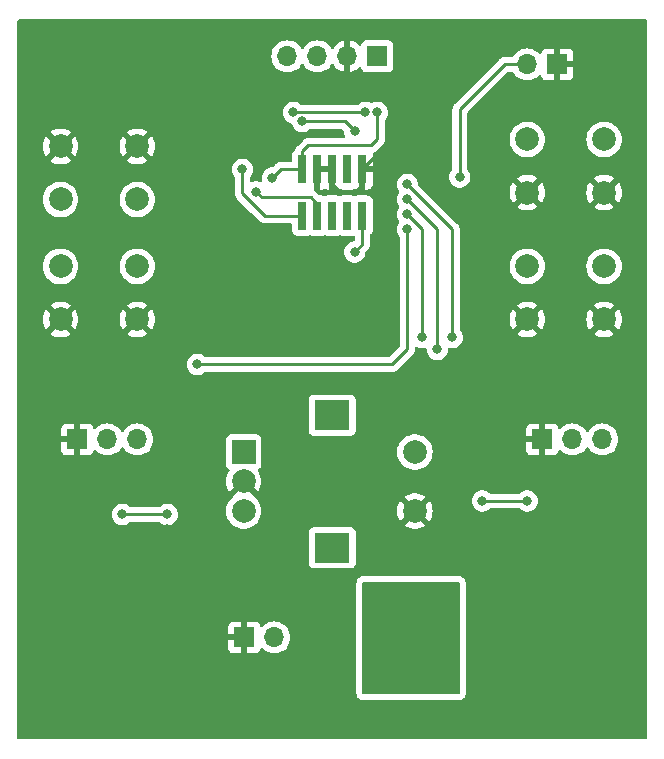
<source format=gbr>
%TF.GenerationSoftware,KiCad,Pcbnew,7.0.1-3b83917a11~172~ubuntu22.04.1*%
%TF.CreationDate,2023-06-11T16:35:38+01:00*%
%TF.ProjectId,lfo_expression_pedal,6c666f5f-6578-4707-9265-7373696f6e5f,rev?*%
%TF.SameCoordinates,Original*%
%TF.FileFunction,Copper,L2,Bot*%
%TF.FilePolarity,Positive*%
%FSLAX46Y46*%
G04 Gerber Fmt 4.6, Leading zero omitted, Abs format (unit mm)*
G04 Created by KiCad (PCBNEW 7.0.1-3b83917a11~172~ubuntu22.04.1) date 2023-06-11 16:35:38*
%MOMM*%
%LPD*%
G01*
G04 APERTURE LIST*
%TA.AperFunction,ComponentPad*%
%ADD10C,2.000000*%
%TD*%
%TA.AperFunction,ComponentPad*%
%ADD11R,1.700000X1.700000*%
%TD*%
%TA.AperFunction,ComponentPad*%
%ADD12O,1.700000X1.700000*%
%TD*%
%TA.AperFunction,ComponentPad*%
%ADD13R,2.000000X2.000000*%
%TD*%
%TA.AperFunction,ComponentPad*%
%ADD14R,3.000000X2.500000*%
%TD*%
%TA.AperFunction,SMDPad,CuDef*%
%ADD15R,0.740000X2.400000*%
%TD*%
%TA.AperFunction,ViaPad*%
%ADD16C,0.800000*%
%TD*%
%TA.AperFunction,Conductor*%
%ADD17C,0.250000*%
%TD*%
G04 APERTURE END LIST*
D10*
%TO.P,SW2,1,A*%
%TO.N,GND*%
X163980000Y-78160000D03*
X157480000Y-78160000D03*
%TO.P,SW2,2,B*%
%TO.N,/user_sw2*%
X163980000Y-73660000D03*
X157480000Y-73660000D03*
%TD*%
D11*
%TO.P,J2,1,Pin_1*%
%TO.N,GND*%
X119380000Y-99060000D03*
D12*
%TO.P,J2,2,Pin_2*%
%TO.N,/dac1_out2_buffered*%
X121920000Y-99060000D03*
%TO.P,J2,3,Pin_3*%
%TO.N,+3.3V*%
X124460000Y-99060000D03*
%TD*%
D13*
%TO.P,SW6,A,A*%
%TO.N,/tim3_ch1*%
X133466000Y-100116000D03*
D10*
%TO.P,SW6,B,B*%
%TO.N,/tim3_ch2*%
X133466000Y-105116000D03*
%TO.P,SW6,C,C*%
%TO.N,GND*%
X133466000Y-102616000D03*
D14*
%TO.P,SW6,MP*%
%TO.N,N/C*%
X140966000Y-97016000D03*
X140966000Y-108216000D03*
D10*
%TO.P,SW6,S1,S1*%
%TO.N,/rot_enc_sw*%
X147966000Y-100116000D03*
%TO.P,SW6,S2,S2*%
%TO.N,GND*%
X147966000Y-105116000D03*
%TD*%
%TO.P,SW1,1,A*%
%TO.N,GND*%
X163980000Y-88900000D03*
X157480000Y-88900000D03*
%TO.P,SW1,2,B*%
%TO.N,/user_sw1*%
X163980000Y-84400000D03*
X157480000Y-84400000D03*
%TD*%
%TO.P,SW4,1,A*%
%TO.N,GND*%
X124460000Y-88900000D03*
X117960000Y-88900000D03*
%TO.P,SW4,2,B*%
%TO.N,/user_sw4*%
X124460000Y-84400000D03*
X117960000Y-84400000D03*
%TD*%
%TO.P,SW3,1,A*%
%TO.N,GND*%
X117960000Y-74240000D03*
X124460000Y-74240000D03*
%TO.P,SW3,2,B*%
%TO.N,/user_sw3*%
X117960000Y-78740000D03*
X124460000Y-78740000D03*
%TD*%
D11*
%TO.P,J5,1,Pin_1*%
%TO.N,+3.3V*%
X144780000Y-66620000D03*
D12*
%TO.P,J5,2,Pin_2*%
%TO.N,GND*%
X142240000Y-66620000D03*
%TO.P,J5,3,Pin_3*%
%TO.N,/i2c1_scl*%
X139700000Y-66620000D03*
%TO.P,J5,4,Pin_4*%
%TO.N,/i2c1_sda*%
X137160000Y-66620000D03*
%TD*%
D11*
%TO.P,J4,1,Pin_1*%
%TO.N,GND*%
X133523500Y-115824000D03*
D12*
%TO.P,J4,2,Pin_2*%
%TO.N,Net-(J4-Pin_2)*%
X136063500Y-115824000D03*
%TD*%
D11*
%TO.P,J6,1,Pin_1*%
%TO.N,GND*%
X158750000Y-99060000D03*
D12*
%TO.P,J6,2,Pin_2*%
%TO.N,/dac1_out1_buffered*%
X161290000Y-99060000D03*
%TO.P,J6,3,Pin_3*%
%TO.N,+3.3V*%
X163830000Y-99060000D03*
%TD*%
D11*
%TO.P,SW5,1,A*%
%TO.N,GND*%
X160020000Y-67310000D03*
D12*
%TO.P,SW5,2,B*%
%TO.N,/foot_sw*%
X157480000Y-67310000D03*
%TD*%
D15*
%TO.P,J1,1,Pin_1*%
%TO.N,+3.3V*%
X138430000Y-76200000D03*
%TO.P,J1,2,Pin_2*%
%TO.N,/sys_swdio*%
X138430000Y-80100000D03*
%TO.P,J1,3,Pin_3*%
%TO.N,GND*%
X139700000Y-76200000D03*
%TO.P,J1,4,Pin_4*%
%TO.N,/sys_swclk*%
X139700000Y-80100000D03*
%TO.P,J1,5,Pin_5*%
%TO.N,GND*%
X140970000Y-76200000D03*
%TO.P,J1,6,Pin_6*%
%TO.N,unconnected-(J1-Pin_6-Pad6)*%
X140970000Y-80100000D03*
%TO.P,J1,7,Pin_7*%
%TO.N,unconnected-(J1-Pin_7-Pad7)*%
X142240000Y-76200000D03*
%TO.P,J1,8,Pin_8*%
%TO.N,unconnected-(J1-Pin_8-Pad8)*%
X142240000Y-80100000D03*
%TO.P,J1,9,Pin_9*%
%TO.N,GND*%
X143510000Y-76200000D03*
%TO.P,J1,10,Pin_10*%
%TO.N,/reset*%
X143510000Y-80100000D03*
%TD*%
D16*
%TO.N,+3.3V*%
X150495000Y-114300000D03*
X150495000Y-111760000D03*
X150495000Y-117475000D03*
X150495000Y-120015000D03*
X145415000Y-120015000D03*
X147955000Y-120015000D03*
X147955000Y-111760000D03*
X145415000Y-111760000D03*
X149225000Y-113030000D03*
X146685000Y-113030000D03*
X146685000Y-118745000D03*
X145415000Y-117475000D03*
X145415000Y-114300000D03*
X149225000Y-118745000D03*
X144145000Y-118745000D03*
X144145000Y-113030000D03*
X123190000Y-105410000D03*
X157480000Y-104265604D03*
X144780000Y-71374000D03*
X135890000Y-76924500D03*
X127000000Y-105410000D03*
X153670000Y-104267000D03*
%TO.N,GND*%
X165100000Y-93980000D03*
X157480000Y-116840000D03*
X116840000Y-91440000D03*
X132715000Y-119634000D03*
X119380000Y-119380000D03*
X116840000Y-71120000D03*
X121920000Y-91440000D03*
X165100000Y-71120000D03*
X116840000Y-111760000D03*
X147320000Y-66040000D03*
X165100000Y-114300000D03*
X134620000Y-68580000D03*
X121920000Y-86360000D03*
X127000000Y-66040000D03*
X129540000Y-68580000D03*
X137160000Y-96520000D03*
X140349000Y-113524000D03*
X154940000Y-83820000D03*
X144780000Y-93980000D03*
X119380000Y-114300000D03*
X116840000Y-106680000D03*
X137160000Y-121920000D03*
X152400000Y-106680000D03*
X124460000Y-93980000D03*
X116840000Y-121920000D03*
X134620000Y-93980000D03*
X149860000Y-68580000D03*
X154940000Y-78740000D03*
X129540000Y-109220000D03*
X154940000Y-119380000D03*
X152400000Y-66040000D03*
X121920000Y-116840000D03*
X154940000Y-114300000D03*
X157480000Y-121920000D03*
X149860000Y-109220000D03*
X132080000Y-121920000D03*
X129540000Y-119380000D03*
X127000000Y-116840000D03*
X162560000Y-116840000D03*
X144780000Y-104140000D03*
X127000000Y-86360000D03*
X124460000Y-114300000D03*
X141736299Y-83820000D03*
X152400000Y-81280000D03*
X121920000Y-81280000D03*
X137160000Y-106680000D03*
X154940000Y-71120000D03*
X132588000Y-112014000D03*
X127000000Y-71120000D03*
X127000000Y-81280000D03*
X146050000Y-73660000D03*
X121920000Y-76200000D03*
X127000000Y-96520000D03*
X149860000Y-104140000D03*
X157480000Y-81280000D03*
X157480000Y-91440000D03*
X162560000Y-91440000D03*
X165100000Y-119380000D03*
X132080000Y-91440000D03*
X132080000Y-66040000D03*
X152400000Y-121920000D03*
X119380000Y-68580000D03*
X165100000Y-109220000D03*
X121920000Y-121920000D03*
X124460000Y-119380000D03*
X134620000Y-109220000D03*
X118364000Y-102870000D03*
X129540000Y-83820000D03*
X129540000Y-78105000D03*
X129540000Y-88900000D03*
X160020000Y-71120000D03*
X134620000Y-83820000D03*
X139700000Y-93980000D03*
X129540000Y-114300000D03*
X160020000Y-119380000D03*
X116840000Y-66040000D03*
X119380000Y-93980000D03*
X165100000Y-104140000D03*
X127000000Y-111760000D03*
X154940000Y-109220000D03*
X127000000Y-91440000D03*
X142240000Y-121920000D03*
X165100000Y-66040000D03*
X127000000Y-106680000D03*
X121920000Y-71120000D03*
X127000000Y-121920000D03*
X162560000Y-121920000D03*
X160020000Y-93980000D03*
X124460000Y-109220000D03*
X116840000Y-116840000D03*
X160020000Y-114300000D03*
X144780000Y-109220000D03*
X132080000Y-86360000D03*
X132080000Y-81280000D03*
X147320000Y-121920000D03*
X118364000Y-106426000D03*
X124460000Y-68580000D03*
X116840000Y-81280000D03*
X138430000Y-90170000D03*
X137160000Y-101600000D03*
X121920000Y-66040000D03*
X152400000Y-86360000D03*
X154940000Y-88900000D03*
X144145000Y-90152500D03*
X152400000Y-101600000D03*
%TO.N,/sys_swdio*%
X133350000Y-76200000D03*
%TO.N,/tim3_ch1*%
X148590000Y-90424000D03*
X147320000Y-80010000D03*
%TO.N,/tim3_ch2*%
X149860000Y-91440000D03*
X147320000Y-78740000D03*
%TO.N,/user_sw3*%
X143764000Y-71374000D03*
X137668000Y-71374000D03*
%TO.N,/user_sw4*%
X142875000Y-72970000D03*
X138430000Y-72136000D03*
%TO.N,/foot_sw*%
X151765000Y-76835000D03*
%TO.N,/rot_enc_sw*%
X147320000Y-77470000D03*
X151130000Y-90424000D03*
%TO.N,/reset*%
X142875000Y-83185000D03*
%TO.N,/dac1_out2*%
X147320000Y-81280000D03*
X129540000Y-92710000D03*
%TO.N,/sys_swclk*%
X134530500Y-78105000D03*
%TD*%
D17*
%TO.N,+3.3V*%
X138938000Y-74168000D02*
X144272000Y-74168000D01*
X138430000Y-74676000D02*
X138938000Y-74168000D01*
X136614500Y-76200000D02*
X138430000Y-76200000D01*
X153670000Y-104267000D02*
X157478604Y-104267000D01*
X138430000Y-76200000D02*
X138430000Y-74676000D01*
X144780000Y-73660000D02*
X144780000Y-71374000D01*
X123190000Y-105410000D02*
X127000000Y-105410000D01*
X135890000Y-76924500D02*
X136614500Y-76200000D01*
X157478604Y-104267000D02*
X157480000Y-104265604D01*
X144272000Y-74168000D02*
X144780000Y-73660000D01*
%TO.N,GND*%
X139700000Y-76200000D02*
X140970000Y-76200000D01*
X142875000Y-78105000D02*
X143510000Y-77470000D01*
X140970000Y-77470000D02*
X141605000Y-78105000D01*
X143510000Y-77470000D02*
X143510000Y-76200000D01*
X140970000Y-76200000D02*
X140970000Y-77470000D01*
X141605000Y-78105000D02*
X142875000Y-78105000D01*
X143510000Y-76200000D02*
X146050000Y-73660000D01*
%TO.N,/sys_swdio*%
X135255500Y-80100000D02*
X138430000Y-80100000D01*
X133350000Y-76200000D02*
X133350000Y-78194500D01*
X133350000Y-78194500D02*
X134530500Y-79375000D01*
X134530500Y-79375000D02*
X135255500Y-80100000D01*
%TO.N,/tim3_ch1*%
X147320000Y-80010000D02*
X148590000Y-81280000D01*
X148590000Y-81280000D02*
X148590000Y-90424000D01*
%TO.N,/tim3_ch2*%
X149860000Y-81280000D02*
X147320000Y-78740000D01*
X149860000Y-91440000D02*
X149860000Y-81280000D01*
%TO.N,/user_sw3*%
X143764000Y-71374000D02*
X137668000Y-71374000D01*
%TO.N,/user_sw4*%
X138430000Y-72136000D02*
X142041000Y-72136000D01*
X142041000Y-72136000D02*
X142875000Y-72970000D01*
%TO.N,/foot_sw*%
X151765000Y-76835000D02*
X151765000Y-71120000D01*
X155575000Y-67310000D02*
X157480000Y-67310000D01*
X151765000Y-71120000D02*
X155575000Y-67310000D01*
%TO.N,/rot_enc_sw*%
X151130000Y-81280000D02*
X147320000Y-77470000D01*
X151130000Y-90424000D02*
X151130000Y-81280000D01*
%TO.N,/reset*%
X143510000Y-82550000D02*
X143510000Y-80100000D01*
X142875000Y-83185000D02*
X143510000Y-82550000D01*
%TO.N,/dac1_out2*%
X129540000Y-92710000D02*
X146050000Y-92710000D01*
X146050000Y-92710000D02*
X147320000Y-91440000D01*
X147320000Y-91440000D02*
X147320000Y-81280000D01*
%TO.N,/sys_swclk*%
X135000500Y-78575000D02*
X139125000Y-78575000D01*
X139125000Y-78575000D02*
X139700000Y-79150000D01*
X139700000Y-79150000D02*
X139700000Y-80100000D01*
X134530500Y-78105000D02*
X135000500Y-78575000D01*
%TD*%
%TA.AperFunction,Conductor*%
%TO.N,GND*%
G36*
X167577500Y-63517113D02*
G01*
X167622887Y-63562500D01*
X167639500Y-63624500D01*
X167639500Y-124335500D01*
X167622887Y-124397500D01*
X167577500Y-124442887D01*
X167515500Y-124459500D01*
X114424500Y-124459500D01*
X114362500Y-124442887D01*
X114317113Y-124397500D01*
X114300500Y-124335500D01*
X114300500Y-120526001D01*
X143004500Y-120526001D01*
X143021724Y-120656830D01*
X143038339Y-120718838D01*
X143088836Y-120840749D01*
X143169170Y-120945442D01*
X143214557Y-120990829D01*
X143319249Y-121071162D01*
X143319250Y-121071163D01*
X143441166Y-121121662D01*
X143503166Y-121138275D01*
X143601291Y-121151193D01*
X143633999Y-121155500D01*
X143634000Y-121155500D01*
X151641000Y-121155500D01*
X151641001Y-121155500D01*
X151667166Y-121152054D01*
X151771834Y-121138275D01*
X151833834Y-121121662D01*
X151955750Y-121071163D01*
X152060442Y-120990829D01*
X152105829Y-120945442D01*
X152186163Y-120840750D01*
X152236662Y-120718834D01*
X152253275Y-120656834D01*
X152270500Y-120526000D01*
X152270500Y-111249000D01*
X152253275Y-111118166D01*
X152236662Y-111056166D01*
X152186163Y-110934250D01*
X152105829Y-110829557D01*
X152060442Y-110784170D01*
X151955749Y-110703836D01*
X151833838Y-110653339D01*
X151771830Y-110636724D01*
X151641001Y-110619500D01*
X151641000Y-110619500D01*
X143634000Y-110619500D01*
X143633999Y-110619500D01*
X143503169Y-110636724D01*
X143441161Y-110653339D01*
X143319250Y-110703836D01*
X143214557Y-110784170D01*
X143169170Y-110829557D01*
X143088836Y-110934250D01*
X143038339Y-111056161D01*
X143021724Y-111118169D01*
X143004500Y-111248999D01*
X143004500Y-120526001D01*
X114300500Y-120526001D01*
X114300500Y-116074000D01*
X132173500Y-116074000D01*
X132173500Y-116721824D01*
X132179902Y-116781375D01*
X132230147Y-116916089D01*
X132316311Y-117031188D01*
X132431410Y-117117352D01*
X132566124Y-117167597D01*
X132625676Y-117174000D01*
X133273500Y-117174000D01*
X133773500Y-117174000D01*
X134421324Y-117174000D01*
X134480875Y-117167597D01*
X134615589Y-117117352D01*
X134730688Y-117031188D01*
X134816852Y-116916089D01*
X134865922Y-116784528D01*
X134900901Y-116734149D01*
X134955746Y-116706696D01*
X135017039Y-116708885D01*
X135069785Y-116740181D01*
X135192099Y-116862495D01*
X135385670Y-116998035D01*
X135599837Y-117097903D01*
X135828092Y-117159063D01*
X136063500Y-117179659D01*
X136298908Y-117159063D01*
X136527163Y-117097903D01*
X136741330Y-116998035D01*
X136934901Y-116862495D01*
X137101995Y-116695401D01*
X137237535Y-116501830D01*
X137337403Y-116287663D01*
X137398563Y-116059408D01*
X137419159Y-115824000D01*
X137398563Y-115588592D01*
X137337403Y-115360337D01*
X137237535Y-115146171D01*
X137101995Y-114952599D01*
X136934901Y-114785505D01*
X136741330Y-114649965D01*
X136527163Y-114550097D01*
X136454574Y-114530647D01*
X136298907Y-114488936D01*
X136063500Y-114468340D01*
X135828092Y-114488936D01*
X135599836Y-114550097D01*
X135385670Y-114649965D01*
X135192101Y-114785503D01*
X135069785Y-114907819D01*
X135017039Y-114939114D01*
X134955746Y-114941303D01*
X134900901Y-114913850D01*
X134865922Y-114863471D01*
X134816852Y-114731911D01*
X134730688Y-114616811D01*
X134615589Y-114530647D01*
X134480875Y-114480402D01*
X134421324Y-114474000D01*
X133773500Y-114474000D01*
X133773500Y-117174000D01*
X133273500Y-117174000D01*
X133273500Y-116074000D01*
X132173500Y-116074000D01*
X114300500Y-116074000D01*
X114300500Y-115574000D01*
X132173500Y-115574000D01*
X133273500Y-115574000D01*
X133273500Y-114474000D01*
X132625676Y-114474000D01*
X132566124Y-114480402D01*
X132431410Y-114530647D01*
X132316311Y-114616811D01*
X132230147Y-114731910D01*
X132179902Y-114866624D01*
X132173500Y-114926176D01*
X132173500Y-115574000D01*
X114300500Y-115574000D01*
X114300500Y-109513869D01*
X138965500Y-109513869D01*
X138971909Y-109573483D01*
X139022204Y-109708331D01*
X139108454Y-109823546D01*
X139223669Y-109909796D01*
X139358517Y-109960091D01*
X139418127Y-109966500D01*
X142513872Y-109966499D01*
X142573483Y-109960091D01*
X142708331Y-109909796D01*
X142823546Y-109823546D01*
X142909796Y-109708331D01*
X142960091Y-109573483D01*
X142966500Y-109513873D01*
X142966499Y-106918128D01*
X142960091Y-106858517D01*
X142909796Y-106723669D01*
X142823546Y-106608454D01*
X142708331Y-106522204D01*
X142573483Y-106471909D01*
X142513873Y-106465500D01*
X142513869Y-106465500D01*
X139418130Y-106465500D01*
X139358515Y-106471909D01*
X139223669Y-106522204D01*
X139108454Y-106608454D01*
X139022204Y-106723668D01*
X138971909Y-106858516D01*
X138965500Y-106918130D01*
X138965500Y-109513869D01*
X114300500Y-109513869D01*
X114300500Y-105410000D01*
X122284540Y-105410000D01*
X122304326Y-105598257D01*
X122362820Y-105778284D01*
X122457466Y-105942216D01*
X122584129Y-106082889D01*
X122737269Y-106194151D01*
X122910197Y-106271144D01*
X123095352Y-106310500D01*
X123095354Y-106310500D01*
X123284646Y-106310500D01*
X123284648Y-106310500D01*
X123408084Y-106284262D01*
X123469803Y-106271144D01*
X123642730Y-106194151D01*
X123795871Y-106082888D01*
X123801598Y-106076526D01*
X123843312Y-106046220D01*
X123893747Y-106035500D01*
X126296253Y-106035500D01*
X126346688Y-106046220D01*
X126388401Y-106076526D01*
X126394129Y-106082888D01*
X126547270Y-106194151D01*
X126547271Y-106194151D01*
X126547272Y-106194152D01*
X126720197Y-106271144D01*
X126905352Y-106310500D01*
X126905354Y-106310500D01*
X127094646Y-106310500D01*
X127094648Y-106310500D01*
X127218084Y-106284262D01*
X127279803Y-106271144D01*
X127452730Y-106194151D01*
X127605871Y-106082888D01*
X127732533Y-105942216D01*
X127827179Y-105778284D01*
X127885674Y-105598256D01*
X127905460Y-105410000D01*
X127885674Y-105221744D01*
X127851316Y-105116001D01*
X127851315Y-105115999D01*
X131960356Y-105115999D01*
X131980891Y-105363816D01*
X131980891Y-105363819D01*
X131980892Y-105363821D01*
X132041937Y-105604881D01*
X132086960Y-105707523D01*
X132141825Y-105832604D01*
X132141827Y-105832607D01*
X132277836Y-106040785D01*
X132446256Y-106223738D01*
X132446259Y-106223740D01*
X132642485Y-106376470D01*
X132642487Y-106376471D01*
X132642491Y-106376474D01*
X132861190Y-106494828D01*
X133096386Y-106575571D01*
X133341665Y-106616500D01*
X133590335Y-106616500D01*
X133835614Y-106575571D01*
X134070810Y-106494828D01*
X134289509Y-106376474D01*
X134336872Y-106339610D01*
X147095942Y-106339610D01*
X147142766Y-106376055D01*
X147361393Y-106494368D01*
X147596506Y-106575083D01*
X147841707Y-106616000D01*
X148090293Y-106616000D01*
X148335493Y-106575083D01*
X148570606Y-106494368D01*
X148789233Y-106376053D01*
X148836056Y-106339609D01*
X147966000Y-105469553D01*
X147095942Y-106339609D01*
X147095942Y-106339610D01*
X134336872Y-106339610D01*
X134485744Y-106223738D01*
X134654164Y-106040785D01*
X134790173Y-105832607D01*
X134890063Y-105604881D01*
X134951108Y-105363821D01*
X134971643Y-105116000D01*
X134971643Y-105115999D01*
X146460858Y-105115999D01*
X146481386Y-105363732D01*
X146542413Y-105604721D01*
X146642268Y-105832370D01*
X146742563Y-105985882D01*
X146742564Y-105985882D01*
X147612447Y-105116001D01*
X148319553Y-105116001D01*
X149189434Y-105985882D01*
X149289730Y-105832369D01*
X149389586Y-105604721D01*
X149450613Y-105363732D01*
X149471141Y-105115999D01*
X149450613Y-104868267D01*
X149389586Y-104627278D01*
X149289730Y-104399630D01*
X149203078Y-104267000D01*
X152764540Y-104267000D01*
X152784326Y-104455257D01*
X152842820Y-104635284D01*
X152937466Y-104799216D01*
X153064129Y-104939889D01*
X153217269Y-105051151D01*
X153390197Y-105128144D01*
X153575352Y-105167500D01*
X153575354Y-105167500D01*
X153764646Y-105167500D01*
X153764648Y-105167500D01*
X153888083Y-105141262D01*
X153949803Y-105128144D01*
X154122730Y-105051151D01*
X154275871Y-104939888D01*
X154281598Y-104933526D01*
X154323312Y-104903220D01*
X154373747Y-104892500D01*
X156777509Y-104892500D01*
X156827944Y-104903220D01*
X156869659Y-104933528D01*
X156874129Y-104938493D01*
X157027269Y-105049755D01*
X157200197Y-105126748D01*
X157385352Y-105166104D01*
X157385354Y-105166104D01*
X157574646Y-105166104D01*
X157574648Y-105166104D01*
X157698084Y-105139866D01*
X157759803Y-105126748D01*
X157932730Y-105049755D01*
X157943796Y-105041715D01*
X158085870Y-104938493D01*
X158127283Y-104892500D01*
X158212533Y-104797820D01*
X158307179Y-104633888D01*
X158365674Y-104453860D01*
X158385460Y-104265604D01*
X158365674Y-104077348D01*
X158307633Y-103898716D01*
X158307179Y-103897319D01*
X158212533Y-103733387D01*
X158085870Y-103592714D01*
X157932730Y-103481452D01*
X157759802Y-103404459D01*
X157574648Y-103365104D01*
X157574646Y-103365104D01*
X157385354Y-103365104D01*
X157385352Y-103365104D01*
X157200197Y-103404459D01*
X157027269Y-103481452D01*
X156874132Y-103592713D01*
X156867145Y-103600473D01*
X156825430Y-103630780D01*
X156774995Y-103641500D01*
X154373747Y-103641500D01*
X154323312Y-103630780D01*
X154281598Y-103600473D01*
X154275871Y-103594112D01*
X154122730Y-103482849D01*
X154122729Y-103482848D01*
X154122727Y-103482847D01*
X153949802Y-103405855D01*
X153764648Y-103366500D01*
X153764646Y-103366500D01*
X153575354Y-103366500D01*
X153575352Y-103366500D01*
X153390197Y-103405855D01*
X153217269Y-103482848D01*
X153064129Y-103594110D01*
X152937466Y-103734783D01*
X152842820Y-103898715D01*
X152784326Y-104078742D01*
X152764540Y-104267000D01*
X149203078Y-104267000D01*
X149189434Y-104246116D01*
X148319553Y-105116000D01*
X148319553Y-105116001D01*
X147612447Y-105116001D01*
X147612447Y-105116000D01*
X146742564Y-104246116D01*
X146642266Y-104399634D01*
X146542413Y-104627278D01*
X146481386Y-104868267D01*
X146460858Y-105115999D01*
X134971643Y-105115999D01*
X134951108Y-104868179D01*
X134890063Y-104627119D01*
X134790173Y-104399393D01*
X134654164Y-104191215D01*
X134485744Y-104008262D01*
X134384623Y-103929556D01*
X134355387Y-103892390D01*
X147095942Y-103892390D01*
X147966000Y-104762447D01*
X147966001Y-104762447D01*
X148836057Y-103892390D01*
X148836056Y-103892388D01*
X148789235Y-103855947D01*
X148570606Y-103737631D01*
X148335493Y-103656916D01*
X148090293Y-103616000D01*
X147841707Y-103616000D01*
X147596506Y-103656916D01*
X147361393Y-103737631D01*
X147142764Y-103855946D01*
X147095942Y-103892388D01*
X147095942Y-103892390D01*
X134355387Y-103892390D01*
X134347750Y-103882682D01*
X134340730Y-103844282D01*
X133466000Y-102969553D01*
X132591269Y-103844281D01*
X132584248Y-103882684D01*
X132547375Y-103929557D01*
X132446256Y-104008261D01*
X132277837Y-104191214D01*
X132141825Y-104399395D01*
X132076267Y-104548855D01*
X132041937Y-104627119D01*
X131998356Y-104799216D01*
X131980891Y-104868183D01*
X131960356Y-105115999D01*
X127851315Y-105115999D01*
X127827179Y-105041715D01*
X127732533Y-104877783D01*
X127605870Y-104737110D01*
X127452730Y-104625848D01*
X127279802Y-104548855D01*
X127094648Y-104509500D01*
X127094646Y-104509500D01*
X126905354Y-104509500D01*
X126905352Y-104509500D01*
X126720197Y-104548855D01*
X126547272Y-104625847D01*
X126445176Y-104700024D01*
X126394129Y-104737112D01*
X126388401Y-104743473D01*
X126346688Y-104773780D01*
X126296253Y-104784500D01*
X123893747Y-104784500D01*
X123843312Y-104773780D01*
X123801598Y-104743473D01*
X123795871Y-104737112D01*
X123642730Y-104625849D01*
X123642729Y-104625848D01*
X123642727Y-104625847D01*
X123469802Y-104548855D01*
X123284648Y-104509500D01*
X123284646Y-104509500D01*
X123095354Y-104509500D01*
X123095352Y-104509500D01*
X122910197Y-104548855D01*
X122737269Y-104625848D01*
X122584129Y-104737110D01*
X122457466Y-104877783D01*
X122362820Y-105041715D01*
X122304326Y-105221742D01*
X122284540Y-105410000D01*
X114300500Y-105410000D01*
X114300500Y-102616000D01*
X131960858Y-102616000D01*
X131981386Y-102863732D01*
X132042413Y-103104721D01*
X132142268Y-103332370D01*
X132242563Y-103485882D01*
X132242564Y-103485882D01*
X133378318Y-102350128D01*
X133433905Y-102318034D01*
X133498093Y-102318034D01*
X133553680Y-102350128D01*
X134689434Y-103485882D01*
X134789730Y-103332369D01*
X134889586Y-103104721D01*
X134950613Y-102863732D01*
X134971141Y-102615999D01*
X134950613Y-102368267D01*
X134889586Y-102127278D01*
X134789733Y-101899634D01*
X134677515Y-101727871D01*
X134657686Y-101669515D01*
X134668401Y-101608820D01*
X134707013Y-101560782D01*
X134708329Y-101559796D01*
X134708331Y-101559796D01*
X134823546Y-101473546D01*
X134909796Y-101358331D01*
X134960091Y-101223483D01*
X134966500Y-101163873D01*
X134966499Y-100115999D01*
X146460356Y-100115999D01*
X146480891Y-100363816D01*
X146480891Y-100363819D01*
X146480892Y-100363821D01*
X146541937Y-100604881D01*
X146586960Y-100707523D01*
X146641825Y-100832604D01*
X146641827Y-100832607D01*
X146777836Y-101040785D01*
X146946256Y-101223738D01*
X146946259Y-101223740D01*
X147142485Y-101376470D01*
X147142487Y-101376471D01*
X147142491Y-101376474D01*
X147361190Y-101494828D01*
X147596386Y-101575571D01*
X147841665Y-101616500D01*
X148090335Y-101616500D01*
X148335614Y-101575571D01*
X148570810Y-101494828D01*
X148789509Y-101376474D01*
X148985744Y-101223738D01*
X149154164Y-101040785D01*
X149290173Y-100832607D01*
X149390063Y-100604881D01*
X149451108Y-100363821D01*
X149471643Y-100116000D01*
X149470192Y-100098495D01*
X149457464Y-99944885D01*
X149451108Y-99868179D01*
X149390063Y-99627119D01*
X149290173Y-99399393D01*
X149231770Y-99310000D01*
X157400000Y-99310000D01*
X157400000Y-99957824D01*
X157406402Y-100017375D01*
X157456647Y-100152089D01*
X157542811Y-100267188D01*
X157657910Y-100353352D01*
X157792624Y-100403597D01*
X157852176Y-100410000D01*
X158500000Y-100410000D01*
X159000000Y-100410000D01*
X159647824Y-100410000D01*
X159707375Y-100403597D01*
X159842089Y-100353352D01*
X159957188Y-100267188D01*
X160043352Y-100152089D01*
X160092422Y-100020528D01*
X160127401Y-99970149D01*
X160182246Y-99942696D01*
X160243539Y-99944885D01*
X160296285Y-99976180D01*
X160418599Y-100098495D01*
X160612170Y-100234035D01*
X160826337Y-100333903D01*
X161054592Y-100395063D01*
X161290000Y-100415659D01*
X161525408Y-100395063D01*
X161753663Y-100333903D01*
X161967830Y-100234035D01*
X162161401Y-100098495D01*
X162328495Y-99931401D01*
X162458426Y-99745839D01*
X162502743Y-99706975D01*
X162560000Y-99692964D01*
X162617257Y-99706975D01*
X162661573Y-99745839D01*
X162791505Y-99931401D01*
X162958599Y-100098495D01*
X163152170Y-100234035D01*
X163366337Y-100333903D01*
X163594592Y-100395063D01*
X163830000Y-100415659D01*
X164065408Y-100395063D01*
X164293663Y-100333903D01*
X164507830Y-100234035D01*
X164701401Y-100098495D01*
X164868495Y-99931401D01*
X165004035Y-99737830D01*
X165103903Y-99523663D01*
X165165063Y-99295408D01*
X165185659Y-99060000D01*
X165165063Y-98824592D01*
X165103903Y-98596337D01*
X165004035Y-98382171D01*
X164868495Y-98188599D01*
X164701401Y-98021505D01*
X164507830Y-97885965D01*
X164293663Y-97786097D01*
X164221074Y-97766647D01*
X164065407Y-97724936D01*
X163830000Y-97704340D01*
X163594592Y-97724936D01*
X163366336Y-97786097D01*
X163152170Y-97885965D01*
X162958598Y-98021505D01*
X162791505Y-98188598D01*
X162661575Y-98374159D01*
X162617257Y-98413025D01*
X162560000Y-98427036D01*
X162502743Y-98413025D01*
X162458425Y-98374159D01*
X162328494Y-98188598D01*
X162161404Y-98021508D01*
X162161401Y-98021505D01*
X161967830Y-97885965D01*
X161753663Y-97786097D01*
X161681074Y-97766647D01*
X161525407Y-97724936D01*
X161290000Y-97704340D01*
X161054592Y-97724936D01*
X160826336Y-97786097D01*
X160612170Y-97885965D01*
X160418601Y-98021503D01*
X160296285Y-98143819D01*
X160243539Y-98175114D01*
X160182246Y-98177303D01*
X160127401Y-98149850D01*
X160092422Y-98099471D01*
X160043352Y-97967911D01*
X159957188Y-97852811D01*
X159842089Y-97766647D01*
X159707375Y-97716402D01*
X159647824Y-97710000D01*
X159000000Y-97710000D01*
X159000000Y-100410000D01*
X158500000Y-100410000D01*
X158500000Y-99310000D01*
X157400000Y-99310000D01*
X149231770Y-99310000D01*
X149154164Y-99191215D01*
X148985744Y-99008262D01*
X148963612Y-98991036D01*
X148789514Y-98855529D01*
X148789510Y-98855526D01*
X148789509Y-98855526D01*
X148705384Y-98810000D01*
X157400000Y-98810000D01*
X158500000Y-98810000D01*
X158500000Y-97710000D01*
X157852176Y-97710000D01*
X157792624Y-97716402D01*
X157657910Y-97766647D01*
X157542811Y-97852811D01*
X157456647Y-97967910D01*
X157406402Y-98102624D01*
X157400000Y-98162176D01*
X157400000Y-98810000D01*
X148705384Y-98810000D01*
X148570810Y-98737172D01*
X148570806Y-98737170D01*
X148570805Y-98737170D01*
X148335615Y-98656429D01*
X148090335Y-98615500D01*
X147841665Y-98615500D01*
X147596384Y-98656429D01*
X147361194Y-98737170D01*
X147361190Y-98737171D01*
X147361190Y-98737172D01*
X147306997Y-98766500D01*
X147142485Y-98855529D01*
X146946259Y-99008259D01*
X146946256Y-99008261D01*
X146946256Y-99008262D01*
X146891144Y-99068130D01*
X146777837Y-99191214D01*
X146641825Y-99399395D01*
X146587317Y-99523662D01*
X146541937Y-99627119D01*
X146480892Y-99868179D01*
X146480891Y-99868183D01*
X146460356Y-100115999D01*
X134966499Y-100115999D01*
X134966499Y-99068128D01*
X134960091Y-99008517D01*
X134909796Y-98873669D01*
X134823546Y-98758454D01*
X134708331Y-98672204D01*
X134573483Y-98621909D01*
X134513873Y-98615500D01*
X134513869Y-98615500D01*
X132418130Y-98615500D01*
X132358515Y-98621909D01*
X132223669Y-98672204D01*
X132108454Y-98758454D01*
X132022204Y-98873668D01*
X131971909Y-99008516D01*
X131965500Y-99068130D01*
X131965500Y-101163869D01*
X131971909Y-101223484D01*
X131997056Y-101290907D01*
X132022204Y-101358331D01*
X132108454Y-101473546D01*
X132223669Y-101559796D01*
X132223670Y-101559796D01*
X132224987Y-101560782D01*
X132263599Y-101608820D01*
X132274314Y-101669515D01*
X132254485Y-101727871D01*
X132142266Y-101899634D01*
X132042413Y-102127278D01*
X131981386Y-102368267D01*
X131960858Y-102616000D01*
X114300500Y-102616000D01*
X114300500Y-99310000D01*
X118030000Y-99310000D01*
X118030000Y-99957824D01*
X118036402Y-100017375D01*
X118086647Y-100152089D01*
X118172811Y-100267188D01*
X118287910Y-100353352D01*
X118422624Y-100403597D01*
X118482176Y-100410000D01*
X119130000Y-100410000D01*
X119630000Y-100410000D01*
X120277824Y-100410000D01*
X120337375Y-100403597D01*
X120472089Y-100353352D01*
X120587188Y-100267188D01*
X120673352Y-100152089D01*
X120722422Y-100020528D01*
X120757401Y-99970149D01*
X120812246Y-99942696D01*
X120873539Y-99944885D01*
X120926284Y-99976180D01*
X121048599Y-100098495D01*
X121242170Y-100234035D01*
X121456337Y-100333903D01*
X121684592Y-100395063D01*
X121920000Y-100415659D01*
X122155408Y-100395063D01*
X122383663Y-100333903D01*
X122597830Y-100234035D01*
X122791401Y-100098495D01*
X122958495Y-99931401D01*
X123088426Y-99745839D01*
X123132743Y-99706975D01*
X123190000Y-99692964D01*
X123247257Y-99706975D01*
X123291573Y-99745839D01*
X123421505Y-99931401D01*
X123588599Y-100098495D01*
X123782170Y-100234035D01*
X123996337Y-100333903D01*
X124224592Y-100395063D01*
X124460000Y-100415659D01*
X124695408Y-100395063D01*
X124923663Y-100333903D01*
X125137830Y-100234035D01*
X125331401Y-100098495D01*
X125498495Y-99931401D01*
X125634035Y-99737830D01*
X125733903Y-99523663D01*
X125795063Y-99295408D01*
X125815659Y-99060000D01*
X125795063Y-98824592D01*
X125733903Y-98596337D01*
X125634035Y-98382171D01*
X125586210Y-98313869D01*
X138965500Y-98313869D01*
X138971909Y-98373483D01*
X139022204Y-98508331D01*
X139108454Y-98623546D01*
X139223669Y-98709796D01*
X139358517Y-98760091D01*
X139418127Y-98766500D01*
X142513872Y-98766499D01*
X142573483Y-98760091D01*
X142708331Y-98709796D01*
X142823546Y-98623546D01*
X142909796Y-98508331D01*
X142960091Y-98373483D01*
X142966500Y-98313873D01*
X142966499Y-95718128D01*
X142960091Y-95658517D01*
X142909796Y-95523669D01*
X142823546Y-95408454D01*
X142708331Y-95322204D01*
X142573483Y-95271909D01*
X142513873Y-95265500D01*
X142513869Y-95265500D01*
X139418130Y-95265500D01*
X139358515Y-95271909D01*
X139223669Y-95322204D01*
X139108454Y-95408454D01*
X139022204Y-95523668D01*
X138971909Y-95658516D01*
X138965500Y-95718130D01*
X138965500Y-98313869D01*
X125586210Y-98313869D01*
X125498495Y-98188599D01*
X125331401Y-98021505D01*
X125137830Y-97885965D01*
X124923663Y-97786097D01*
X124851074Y-97766647D01*
X124695407Y-97724936D01*
X124460000Y-97704340D01*
X124224592Y-97724936D01*
X123996336Y-97786097D01*
X123782170Y-97885965D01*
X123588598Y-98021505D01*
X123421505Y-98188598D01*
X123291575Y-98374159D01*
X123247257Y-98413025D01*
X123190000Y-98427036D01*
X123132743Y-98413025D01*
X123088425Y-98374159D01*
X122958494Y-98188598D01*
X122791404Y-98021508D01*
X122791401Y-98021505D01*
X122597830Y-97885965D01*
X122383663Y-97786097D01*
X122311074Y-97766647D01*
X122155407Y-97724936D01*
X121920000Y-97704340D01*
X121684592Y-97724936D01*
X121456336Y-97786097D01*
X121242170Y-97885965D01*
X121048601Y-98021503D01*
X120926285Y-98143819D01*
X120873539Y-98175114D01*
X120812246Y-98177303D01*
X120757401Y-98149850D01*
X120722422Y-98099471D01*
X120673352Y-97967911D01*
X120587188Y-97852811D01*
X120472089Y-97766647D01*
X120337375Y-97716402D01*
X120277824Y-97710000D01*
X119630000Y-97710000D01*
X119630000Y-100410000D01*
X119130000Y-100410000D01*
X119130000Y-99310000D01*
X118030000Y-99310000D01*
X114300500Y-99310000D01*
X114300500Y-98810000D01*
X118030000Y-98810000D01*
X119130000Y-98810000D01*
X119130000Y-97710000D01*
X118482176Y-97710000D01*
X118422624Y-97716402D01*
X118287910Y-97766647D01*
X118172811Y-97852811D01*
X118086647Y-97967910D01*
X118036402Y-98102624D01*
X118030000Y-98162176D01*
X118030000Y-98810000D01*
X114300500Y-98810000D01*
X114300500Y-92709999D01*
X128634540Y-92709999D01*
X128654326Y-92898257D01*
X128712820Y-93078284D01*
X128807466Y-93242216D01*
X128934129Y-93382889D01*
X129087269Y-93494151D01*
X129260197Y-93571144D01*
X129445352Y-93610500D01*
X129445354Y-93610500D01*
X129634646Y-93610500D01*
X129634648Y-93610500D01*
X129758083Y-93584262D01*
X129819803Y-93571144D01*
X129992730Y-93494151D01*
X130145871Y-93382888D01*
X130151598Y-93376526D01*
X130193312Y-93346220D01*
X130243747Y-93335500D01*
X145967256Y-93335500D01*
X145987762Y-93337764D01*
X145990665Y-93337672D01*
X145990667Y-93337673D01*
X146057872Y-93335561D01*
X146061768Y-93335500D01*
X146089349Y-93335500D01*
X146089350Y-93335500D01*
X146093319Y-93334998D01*
X146104965Y-93334080D01*
X146148627Y-93332709D01*
X146167859Y-93327120D01*
X146186918Y-93323174D01*
X146193196Y-93322381D01*
X146206792Y-93320664D01*
X146247407Y-93304582D01*
X146258444Y-93300803D01*
X146300390Y-93288618D01*
X146317629Y-93278422D01*
X146335102Y-93269862D01*
X146353732Y-93262486D01*
X146389064Y-93236814D01*
X146398830Y-93230400D01*
X146436418Y-93208171D01*
X146436417Y-93208171D01*
X146436420Y-93208170D01*
X146450585Y-93194004D01*
X146465373Y-93181373D01*
X146481587Y-93169594D01*
X146509438Y-93135926D01*
X146517279Y-93127309D01*
X147703788Y-91940801D01*
X147719885Y-91927906D01*
X147721873Y-91925787D01*
X147721877Y-91925786D01*
X147767948Y-91876723D01*
X147770566Y-91874023D01*
X147790120Y-91854471D01*
X147792581Y-91851298D01*
X147800156Y-91842427D01*
X147830062Y-91810582D01*
X147839717Y-91793018D01*
X147850394Y-91776764D01*
X147862673Y-91760936D01*
X147880018Y-91720852D01*
X147885160Y-91710356D01*
X147906197Y-91672092D01*
X147911179Y-91652684D01*
X147917481Y-91634280D01*
X147925437Y-91615896D01*
X147932269Y-91572752D01*
X147934633Y-91561338D01*
X147945500Y-91519019D01*
X147945500Y-91498984D01*
X147947027Y-91479585D01*
X147947068Y-91479321D01*
X147950160Y-91459804D01*
X147946050Y-91416325D01*
X147945500Y-91404656D01*
X147945500Y-91312186D01*
X147963773Y-91247395D01*
X148013207Y-91201700D01*
X148079233Y-91188569D01*
X148124316Y-91205203D01*
X148125364Y-91202851D01*
X148310197Y-91285144D01*
X148495352Y-91324500D01*
X148495354Y-91324500D01*
X148684646Y-91324500D01*
X148806185Y-91298666D01*
X148864055Y-91300181D01*
X148914933Y-91327804D01*
X148947726Y-91375515D01*
X148955284Y-91432913D01*
X148954539Y-91439995D01*
X148974326Y-91628257D01*
X149032820Y-91808284D01*
X149127466Y-91972216D01*
X149254129Y-92112889D01*
X149407269Y-92224151D01*
X149580197Y-92301144D01*
X149765352Y-92340500D01*
X149765354Y-92340500D01*
X149954646Y-92340500D01*
X149954648Y-92340500D01*
X150078084Y-92314262D01*
X150139803Y-92301144D01*
X150312730Y-92224151D01*
X150465871Y-92112888D01*
X150592533Y-91972216D01*
X150687179Y-91808284D01*
X150745674Y-91628256D01*
X150765460Y-91440000D01*
X150764715Y-91432921D01*
X150772271Y-91375521D01*
X150805063Y-91327808D01*
X150855942Y-91300182D01*
X150913817Y-91298667D01*
X151035352Y-91324500D01*
X151035354Y-91324500D01*
X151224646Y-91324500D01*
X151224648Y-91324500D01*
X151348083Y-91298262D01*
X151409803Y-91285144D01*
X151582730Y-91208151D01*
X151735871Y-91096888D01*
X151862533Y-90956216D01*
X151957179Y-90792284D01*
X152015674Y-90612256D01*
X152035460Y-90424000D01*
X152015674Y-90235744D01*
X151979239Y-90123610D01*
X156609942Y-90123610D01*
X156656766Y-90160055D01*
X156875393Y-90278368D01*
X157110506Y-90359083D01*
X157355707Y-90400000D01*
X157604293Y-90400000D01*
X157849493Y-90359083D01*
X158084606Y-90278368D01*
X158303233Y-90160053D01*
X158350055Y-90123610D01*
X163109942Y-90123610D01*
X163156766Y-90160055D01*
X163375393Y-90278368D01*
X163610506Y-90359083D01*
X163855707Y-90400000D01*
X164104293Y-90400000D01*
X164349493Y-90359083D01*
X164584606Y-90278368D01*
X164803233Y-90160053D01*
X164850056Y-90123609D01*
X163980000Y-89253553D01*
X163109942Y-90123609D01*
X163109942Y-90123610D01*
X158350055Y-90123610D01*
X158350056Y-90123609D01*
X157480000Y-89253553D01*
X156609942Y-90123609D01*
X156609942Y-90123610D01*
X151979239Y-90123610D01*
X151957179Y-90055716D01*
X151957179Y-90055715D01*
X151862535Y-89891786D01*
X151849427Y-89877229D01*
X151787347Y-89808282D01*
X151763736Y-89769751D01*
X151755500Y-89725313D01*
X151755500Y-88899999D01*
X155974858Y-88899999D01*
X155995386Y-89147732D01*
X156056413Y-89388721D01*
X156156268Y-89616370D01*
X156256563Y-89769882D01*
X156256564Y-89769882D01*
X157126447Y-88900001D01*
X157833553Y-88900001D01*
X158703434Y-89769882D01*
X158803730Y-89616369D01*
X158903586Y-89388721D01*
X158964613Y-89147732D01*
X158985141Y-88899999D01*
X162474858Y-88899999D01*
X162495386Y-89147732D01*
X162556413Y-89388721D01*
X162656268Y-89616370D01*
X162756563Y-89769882D01*
X162756564Y-89769882D01*
X163626447Y-88900001D01*
X163626447Y-88900000D01*
X164333553Y-88900000D01*
X165203434Y-89769882D01*
X165303730Y-89616369D01*
X165403586Y-89388721D01*
X165464613Y-89147732D01*
X165485141Y-88899999D01*
X165464613Y-88652267D01*
X165403586Y-88411278D01*
X165303730Y-88183630D01*
X165203434Y-88030116D01*
X164333553Y-88900000D01*
X163626447Y-88900000D01*
X162756564Y-88030116D01*
X162656266Y-88183634D01*
X162556413Y-88411278D01*
X162495386Y-88652267D01*
X162474858Y-88899999D01*
X158985141Y-88899999D01*
X158964613Y-88652267D01*
X158903586Y-88411278D01*
X158803730Y-88183630D01*
X158703434Y-88030116D01*
X157833553Y-88900000D01*
X157833553Y-88900001D01*
X157126447Y-88900001D01*
X157126447Y-88900000D01*
X156256564Y-88030116D01*
X156156266Y-88183634D01*
X156056413Y-88411278D01*
X155995386Y-88652267D01*
X155974858Y-88899999D01*
X151755500Y-88899999D01*
X151755500Y-87676390D01*
X156609942Y-87676390D01*
X157480000Y-88546447D01*
X157480001Y-88546447D01*
X158350057Y-87676390D01*
X163109942Y-87676390D01*
X163980000Y-88546447D01*
X163980001Y-88546447D01*
X164850057Y-87676390D01*
X164850056Y-87676388D01*
X164803235Y-87639947D01*
X164584606Y-87521631D01*
X164349493Y-87440916D01*
X164104293Y-87400000D01*
X163855707Y-87400000D01*
X163610506Y-87440916D01*
X163375393Y-87521631D01*
X163156764Y-87639946D01*
X163109942Y-87676388D01*
X163109942Y-87676390D01*
X158350057Y-87676390D01*
X158350056Y-87676388D01*
X158303235Y-87639947D01*
X158084606Y-87521631D01*
X157849493Y-87440916D01*
X157604293Y-87400000D01*
X157355707Y-87400000D01*
X157110506Y-87440916D01*
X156875393Y-87521631D01*
X156656764Y-87639946D01*
X156609942Y-87676388D01*
X156609942Y-87676390D01*
X151755500Y-87676390D01*
X151755500Y-84399999D01*
X155974356Y-84399999D01*
X155994891Y-84647816D01*
X155994891Y-84647819D01*
X155994892Y-84647821D01*
X156055937Y-84888881D01*
X156100960Y-84991523D01*
X156155825Y-85116604D01*
X156155827Y-85116607D01*
X156291836Y-85324785D01*
X156460256Y-85507738D01*
X156460259Y-85507740D01*
X156656485Y-85660470D01*
X156656487Y-85660471D01*
X156656491Y-85660474D01*
X156875190Y-85778828D01*
X157110386Y-85859571D01*
X157355665Y-85900500D01*
X157604335Y-85900500D01*
X157849614Y-85859571D01*
X158084810Y-85778828D01*
X158303509Y-85660474D01*
X158499744Y-85507738D01*
X158668164Y-85324785D01*
X158804173Y-85116607D01*
X158904063Y-84888881D01*
X158965108Y-84647821D01*
X158985643Y-84400000D01*
X158985643Y-84399999D01*
X162474356Y-84399999D01*
X162494891Y-84647816D01*
X162494891Y-84647819D01*
X162494892Y-84647821D01*
X162555937Y-84888881D01*
X162600960Y-84991523D01*
X162655825Y-85116604D01*
X162655827Y-85116607D01*
X162791836Y-85324785D01*
X162960256Y-85507738D01*
X162960259Y-85507740D01*
X163156485Y-85660470D01*
X163156487Y-85660471D01*
X163156491Y-85660474D01*
X163375190Y-85778828D01*
X163610386Y-85859571D01*
X163855665Y-85900500D01*
X164104335Y-85900500D01*
X164349614Y-85859571D01*
X164584810Y-85778828D01*
X164803509Y-85660474D01*
X164999744Y-85507738D01*
X165168164Y-85324785D01*
X165304173Y-85116607D01*
X165404063Y-84888881D01*
X165465108Y-84647821D01*
X165485643Y-84400000D01*
X165465108Y-84152179D01*
X165404063Y-83911119D01*
X165304173Y-83683393D01*
X165168164Y-83475215D01*
X164999744Y-83292262D01*
X164888076Y-83205347D01*
X164803514Y-83139529D01*
X164803510Y-83139526D01*
X164803509Y-83139526D01*
X164584810Y-83021172D01*
X164584806Y-83021170D01*
X164584805Y-83021170D01*
X164349615Y-82940429D01*
X164104335Y-82899500D01*
X163855665Y-82899500D01*
X163610384Y-82940429D01*
X163375194Y-83021170D01*
X163156485Y-83139529D01*
X162960259Y-83292259D01*
X162791837Y-83475214D01*
X162655825Y-83683395D01*
X162579286Y-83857888D01*
X162555937Y-83911119D01*
X162521744Y-84046144D01*
X162494891Y-84152183D01*
X162474356Y-84399999D01*
X158985643Y-84399999D01*
X158965108Y-84152179D01*
X158904063Y-83911119D01*
X158804173Y-83683393D01*
X158668164Y-83475215D01*
X158499744Y-83292262D01*
X158388076Y-83205347D01*
X158303514Y-83139529D01*
X158303510Y-83139526D01*
X158303509Y-83139526D01*
X158084810Y-83021172D01*
X158084806Y-83021170D01*
X158084805Y-83021170D01*
X157849615Y-82940429D01*
X157604335Y-82899500D01*
X157355665Y-82899500D01*
X157110384Y-82940429D01*
X156875194Y-83021170D01*
X156656485Y-83139529D01*
X156460259Y-83292259D01*
X156291837Y-83475214D01*
X156155825Y-83683395D01*
X156079286Y-83857888D01*
X156055937Y-83911119D01*
X156021744Y-84046144D01*
X155994891Y-84152183D01*
X155974356Y-84399999D01*
X151755500Y-84399999D01*
X151755500Y-81362744D01*
X151757764Y-81342236D01*
X151755561Y-81272113D01*
X151755500Y-81268219D01*
X151755500Y-81240654D01*
X151755500Y-81240650D01*
X151754997Y-81236670D01*
X151754081Y-81225028D01*
X151752710Y-81181373D01*
X151747118Y-81162126D01*
X151743174Y-81143085D01*
X151740664Y-81123208D01*
X151724579Y-81082583D01*
X151720808Y-81071568D01*
X151708618Y-81029610D01*
X151698414Y-81012355D01*
X151689861Y-80994895D01*
X151682486Y-80976269D01*
X151682486Y-80976268D01*
X151656808Y-80940925D01*
X151650401Y-80931171D01*
X151628170Y-80893580D01*
X151614006Y-80879416D01*
X151601367Y-80864617D01*
X151589595Y-80848413D01*
X151555941Y-80820573D01*
X151547299Y-80812709D01*
X150118201Y-79383610D01*
X156609942Y-79383610D01*
X156656766Y-79420055D01*
X156875393Y-79538368D01*
X157110506Y-79619083D01*
X157355707Y-79660000D01*
X157604293Y-79660000D01*
X157849493Y-79619083D01*
X158084606Y-79538368D01*
X158303233Y-79420053D01*
X158350055Y-79383610D01*
X163109942Y-79383610D01*
X163156766Y-79420055D01*
X163375393Y-79538368D01*
X163610506Y-79619083D01*
X163855707Y-79660000D01*
X164104293Y-79660000D01*
X164349493Y-79619083D01*
X164584606Y-79538368D01*
X164803233Y-79420053D01*
X164850056Y-79383609D01*
X163980000Y-78513553D01*
X163109942Y-79383609D01*
X163109942Y-79383610D01*
X158350055Y-79383610D01*
X158350056Y-79383609D01*
X157480000Y-78513553D01*
X156609942Y-79383609D01*
X156609942Y-79383610D01*
X150118201Y-79383610D01*
X148894591Y-78160000D01*
X155974858Y-78160000D01*
X155995386Y-78407732D01*
X156056413Y-78648721D01*
X156156268Y-78876370D01*
X156256563Y-79029882D01*
X156256564Y-79029882D01*
X157126447Y-78160001D01*
X157833553Y-78160001D01*
X158703434Y-79029882D01*
X158803730Y-78876369D01*
X158903586Y-78648721D01*
X158964613Y-78407732D01*
X158985141Y-78160000D01*
X162474858Y-78160000D01*
X162495386Y-78407732D01*
X162556413Y-78648721D01*
X162656268Y-78876370D01*
X162756563Y-79029882D01*
X162756564Y-79029882D01*
X163626447Y-78160001D01*
X163626447Y-78160000D01*
X164333553Y-78160000D01*
X165203434Y-79029882D01*
X165303730Y-78876369D01*
X165403586Y-78648721D01*
X165464613Y-78407732D01*
X165485141Y-78160000D01*
X165464613Y-77912267D01*
X165403586Y-77671278D01*
X165303730Y-77443630D01*
X165203434Y-77290116D01*
X164333553Y-78160000D01*
X163626447Y-78160000D01*
X162756564Y-77290116D01*
X162656266Y-77443634D01*
X162556413Y-77671278D01*
X162495386Y-77912267D01*
X162474858Y-78160000D01*
X158985141Y-78160000D01*
X158964613Y-77912267D01*
X158903586Y-77671278D01*
X158803730Y-77443630D01*
X158703434Y-77290116D01*
X157833553Y-78160000D01*
X157833553Y-78160001D01*
X157126447Y-78160001D01*
X157126447Y-78160000D01*
X156256564Y-77290116D01*
X156156266Y-77443634D01*
X156056413Y-77671278D01*
X155995386Y-77912267D01*
X155974858Y-78160000D01*
X148894591Y-78160000D01*
X148258960Y-77524369D01*
X148234720Y-77490071D01*
X148223321Y-77449655D01*
X148205674Y-77281744D01*
X148165654Y-77158577D01*
X148147179Y-77101715D01*
X148052533Y-76937783D01*
X147959986Y-76835000D01*
X150859540Y-76835000D01*
X150879326Y-77023257D01*
X150937820Y-77203284D01*
X151032466Y-77367216D01*
X151159129Y-77507889D01*
X151312269Y-77619151D01*
X151485197Y-77696144D01*
X151670352Y-77735500D01*
X151670354Y-77735500D01*
X151859646Y-77735500D01*
X151859648Y-77735500D01*
X151985962Y-77708651D01*
X152044803Y-77696144D01*
X152217730Y-77619151D01*
X152370871Y-77507888D01*
X152497533Y-77367216D01*
X152592179Y-77203284D01*
X152650674Y-77023256D01*
X152659804Y-76936390D01*
X156609942Y-76936390D01*
X157480000Y-77806447D01*
X157480001Y-77806447D01*
X158350057Y-76936390D01*
X163109942Y-76936390D01*
X163980000Y-77806447D01*
X163980001Y-77806447D01*
X164850057Y-76936390D01*
X164850056Y-76936388D01*
X164803235Y-76899947D01*
X164584606Y-76781631D01*
X164349493Y-76700916D01*
X164104293Y-76660000D01*
X163855707Y-76660000D01*
X163610506Y-76700916D01*
X163375393Y-76781631D01*
X163156764Y-76899946D01*
X163109942Y-76936388D01*
X163109942Y-76936390D01*
X158350057Y-76936390D01*
X158350056Y-76936388D01*
X158303235Y-76899947D01*
X158084606Y-76781631D01*
X157849493Y-76700916D01*
X157604293Y-76660000D01*
X157355707Y-76660000D01*
X157110506Y-76700916D01*
X156875393Y-76781631D01*
X156656764Y-76899946D01*
X156609942Y-76936388D01*
X156609942Y-76936390D01*
X152659804Y-76936390D01*
X152670460Y-76835000D01*
X152650674Y-76646744D01*
X152592179Y-76466716D01*
X152592179Y-76466715D01*
X152497535Y-76302786D01*
X152451457Y-76251612D01*
X152422347Y-76219282D01*
X152398736Y-76180751D01*
X152390500Y-76136313D01*
X152390500Y-73659999D01*
X155974356Y-73659999D01*
X155994891Y-73907816D01*
X155994891Y-73907819D01*
X155994892Y-73907821D01*
X156055937Y-74148881D01*
X156095566Y-74239225D01*
X156155825Y-74376604D01*
X156155827Y-74376607D01*
X156291836Y-74584785D01*
X156460256Y-74767738D01*
X156460259Y-74767740D01*
X156656485Y-74920470D01*
X156656487Y-74920471D01*
X156656491Y-74920474D01*
X156875190Y-75038828D01*
X157110386Y-75119571D01*
X157355665Y-75160500D01*
X157604335Y-75160500D01*
X157849614Y-75119571D01*
X158084810Y-75038828D01*
X158303509Y-74920474D01*
X158499744Y-74767738D01*
X158668164Y-74584785D01*
X158804173Y-74376607D01*
X158904063Y-74148881D01*
X158965108Y-73907821D01*
X158985643Y-73660000D01*
X158985643Y-73659999D01*
X162474356Y-73659999D01*
X162494891Y-73907816D01*
X162494891Y-73907819D01*
X162494892Y-73907821D01*
X162555937Y-74148881D01*
X162595566Y-74239225D01*
X162655825Y-74376604D01*
X162655827Y-74376607D01*
X162791836Y-74584785D01*
X162960256Y-74767738D01*
X162960259Y-74767740D01*
X163156485Y-74920470D01*
X163156487Y-74920471D01*
X163156491Y-74920474D01*
X163375190Y-75038828D01*
X163610386Y-75119571D01*
X163855665Y-75160500D01*
X164104335Y-75160500D01*
X164349614Y-75119571D01*
X164584810Y-75038828D01*
X164803509Y-74920474D01*
X164999744Y-74767738D01*
X165168164Y-74584785D01*
X165304173Y-74376607D01*
X165404063Y-74148881D01*
X165465108Y-73907821D01*
X165485643Y-73660000D01*
X165483681Y-73636328D01*
X165480637Y-73599581D01*
X165465108Y-73412179D01*
X165404063Y-73171119D01*
X165304173Y-72943393D01*
X165168164Y-72735215D01*
X164999744Y-72552262D01*
X164938102Y-72504284D01*
X164803514Y-72399529D01*
X164803510Y-72399526D01*
X164803509Y-72399526D01*
X164584810Y-72281172D01*
X164584806Y-72281170D01*
X164584805Y-72281170D01*
X164349615Y-72200429D01*
X164104335Y-72159500D01*
X163855665Y-72159500D01*
X163610384Y-72200429D01*
X163375194Y-72281170D01*
X163375190Y-72281171D01*
X163375190Y-72281172D01*
X163319409Y-72311359D01*
X163156485Y-72399529D01*
X162960259Y-72552259D01*
X162960256Y-72552261D01*
X162960256Y-72552262D01*
X162791836Y-72735215D01*
X162767660Y-72772220D01*
X162655825Y-72943395D01*
X162555938Y-73171117D01*
X162494891Y-73412183D01*
X162474356Y-73659999D01*
X158985643Y-73659999D01*
X158983681Y-73636328D01*
X158980637Y-73599581D01*
X158965108Y-73412179D01*
X158904063Y-73171119D01*
X158804173Y-72943393D01*
X158668164Y-72735215D01*
X158499744Y-72552262D01*
X158438102Y-72504284D01*
X158303514Y-72399529D01*
X158303510Y-72399526D01*
X158303509Y-72399526D01*
X158084810Y-72281172D01*
X158084806Y-72281170D01*
X158084805Y-72281170D01*
X157849615Y-72200429D01*
X157604335Y-72159500D01*
X157355665Y-72159500D01*
X157110384Y-72200429D01*
X156875194Y-72281170D01*
X156875190Y-72281171D01*
X156875190Y-72281172D01*
X156819409Y-72311359D01*
X156656485Y-72399529D01*
X156460259Y-72552259D01*
X156460256Y-72552261D01*
X156460256Y-72552262D01*
X156291836Y-72735215D01*
X156267660Y-72772220D01*
X156155825Y-72943395D01*
X156055938Y-73171117D01*
X155994891Y-73412183D01*
X155974356Y-73659999D01*
X152390500Y-73659999D01*
X152390500Y-71430452D01*
X152399939Y-71382999D01*
X152426819Y-71342771D01*
X155797771Y-67971819D01*
X155837999Y-67944939D01*
X155885452Y-67935500D01*
X156204773Y-67935500D01*
X156262030Y-67949511D01*
X156306346Y-67988374D01*
X156441505Y-68181401D01*
X156608599Y-68348495D01*
X156802170Y-68484035D01*
X157016337Y-68583903D01*
X157244592Y-68645063D01*
X157480000Y-68665659D01*
X157715408Y-68645063D01*
X157943663Y-68583903D01*
X158157830Y-68484035D01*
X158351401Y-68348495D01*
X158473717Y-68226178D01*
X158526460Y-68194885D01*
X158587752Y-68192696D01*
X158642597Y-68220149D01*
X158677577Y-68270528D01*
X158726647Y-68402088D01*
X158812811Y-68517188D01*
X158927910Y-68603352D01*
X159062624Y-68653597D01*
X159122176Y-68660000D01*
X159770000Y-68660000D01*
X159770000Y-67560000D01*
X160270000Y-67560000D01*
X160270000Y-68660000D01*
X160917824Y-68660000D01*
X160977375Y-68653597D01*
X161112089Y-68603352D01*
X161227188Y-68517188D01*
X161313352Y-68402089D01*
X161363597Y-68267375D01*
X161370000Y-68207824D01*
X161370000Y-67560000D01*
X160270000Y-67560000D01*
X159770000Y-67560000D01*
X159770000Y-65960000D01*
X160270000Y-65960000D01*
X160270000Y-67060000D01*
X161370000Y-67060000D01*
X161370000Y-66412176D01*
X161363597Y-66352624D01*
X161313352Y-66217910D01*
X161227188Y-66102811D01*
X161112089Y-66016647D01*
X160977375Y-65966402D01*
X160917824Y-65960000D01*
X160270000Y-65960000D01*
X159770000Y-65960000D01*
X159122176Y-65960000D01*
X159062624Y-65966402D01*
X158927910Y-66016647D01*
X158812811Y-66102811D01*
X158726646Y-66217913D01*
X158677576Y-66349472D01*
X158642597Y-66399850D01*
X158587753Y-66427303D01*
X158526460Y-66425114D01*
X158473714Y-66393818D01*
X158351404Y-66271508D01*
X158351401Y-66271505D01*
X158157830Y-66135965D01*
X157943663Y-66036097D01*
X157871074Y-66016647D01*
X157715407Y-65974936D01*
X157480000Y-65954340D01*
X157244592Y-65974936D01*
X157016336Y-66036097D01*
X156802170Y-66135965D01*
X156608598Y-66271505D01*
X156441505Y-66438598D01*
X156306349Y-66631623D01*
X156262031Y-66670489D01*
X156204774Y-66684500D01*
X155657744Y-66684500D01*
X155637236Y-66682235D01*
X155567113Y-66684439D01*
X155563219Y-66684500D01*
X155535650Y-66684500D01*
X155531671Y-66685002D01*
X155520041Y-66685917D01*
X155476372Y-66687289D01*
X155457128Y-66692880D01*
X155438084Y-66696824D01*
X155418208Y-66699335D01*
X155377600Y-66715413D01*
X155366554Y-66719194D01*
X155324610Y-66731382D01*
X155324607Y-66731383D01*
X155307365Y-66741579D01*
X155289904Y-66750133D01*
X155271267Y-66757512D01*
X155235931Y-66783185D01*
X155226174Y-66789595D01*
X155188580Y-66811829D01*
X155174413Y-66825996D01*
X155159624Y-66838626D01*
X155143413Y-66850404D01*
X155115572Y-66884058D01*
X155107711Y-66892697D01*
X151381208Y-70619199D01*
X151365110Y-70632096D01*
X151317096Y-70683225D01*
X151314391Y-70686017D01*
X151294874Y-70705534D01*
X151292415Y-70708705D01*
X151284842Y-70717572D01*
X151254935Y-70749420D01*
X151245285Y-70766974D01*
X151234609Y-70783228D01*
X151222326Y-70799063D01*
X151204975Y-70839158D01*
X151199838Y-70849644D01*
X151178802Y-70887907D01*
X151173821Y-70907309D01*
X151167520Y-70925711D01*
X151159561Y-70944102D01*
X151152728Y-70987242D01*
X151150360Y-70998674D01*
X151139500Y-71040978D01*
X151139500Y-71061016D01*
X151137973Y-71080415D01*
X151134840Y-71100194D01*
X151138950Y-71143675D01*
X151139500Y-71155344D01*
X151139500Y-76136313D01*
X151131264Y-76180751D01*
X151107652Y-76219282D01*
X151078544Y-76251610D01*
X151032464Y-76302786D01*
X150937820Y-76466715D01*
X150879326Y-76646742D01*
X150859540Y-76835000D01*
X147959986Y-76835000D01*
X147925870Y-76797110D01*
X147772730Y-76685848D01*
X147599802Y-76608855D01*
X147414648Y-76569500D01*
X147414646Y-76569500D01*
X147225354Y-76569500D01*
X147225352Y-76569500D01*
X147040197Y-76608855D01*
X146867269Y-76685848D01*
X146714129Y-76797110D01*
X146587466Y-76937783D01*
X146492820Y-77101715D01*
X146434326Y-77281742D01*
X146414540Y-77470000D01*
X146434326Y-77658257D01*
X146492820Y-77838284D01*
X146587466Y-78002216D01*
X146605305Y-78022028D01*
X146633472Y-78075002D01*
X146633472Y-78134998D01*
X146605305Y-78187972D01*
X146587466Y-78207783D01*
X146492820Y-78371715D01*
X146434326Y-78551742D01*
X146414540Y-78740000D01*
X146434326Y-78928257D01*
X146492820Y-79108284D01*
X146587466Y-79272215D01*
X146605304Y-79292026D01*
X146633471Y-79344999D01*
X146633472Y-79404995D01*
X146605307Y-79457969D01*
X146587466Y-79477783D01*
X146492820Y-79641715D01*
X146434326Y-79821742D01*
X146414540Y-80009999D01*
X146434326Y-80198257D01*
X146492820Y-80378284D01*
X146587466Y-80542216D01*
X146605305Y-80562028D01*
X146633472Y-80615002D01*
X146633472Y-80674998D01*
X146605305Y-80727972D01*
X146587466Y-80747783D01*
X146492820Y-80911715D01*
X146434326Y-81091742D01*
X146414540Y-81280000D01*
X146434326Y-81468257D01*
X146492820Y-81648284D01*
X146587464Y-81812213D01*
X146587467Y-81812216D01*
X146662652Y-81895717D01*
X146686264Y-81934249D01*
X146694500Y-81978687D01*
X146694500Y-91129547D01*
X146685061Y-91177000D01*
X146658181Y-91217228D01*
X145827228Y-92048181D01*
X145787000Y-92075061D01*
X145739547Y-92084500D01*
X130243747Y-92084500D01*
X130193312Y-92073780D01*
X130151598Y-92043473D01*
X130145871Y-92037112D01*
X129992730Y-91925849D01*
X129992729Y-91925848D01*
X129992727Y-91925847D01*
X129819802Y-91848855D01*
X129634648Y-91809500D01*
X129634646Y-91809500D01*
X129445354Y-91809500D01*
X129445352Y-91809500D01*
X129260197Y-91848855D01*
X129087269Y-91925848D01*
X128934129Y-92037110D01*
X128807466Y-92177783D01*
X128712820Y-92341715D01*
X128654326Y-92521742D01*
X128634540Y-92709999D01*
X114300500Y-92709999D01*
X114300500Y-90123610D01*
X117089942Y-90123610D01*
X117136766Y-90160055D01*
X117355393Y-90278368D01*
X117590506Y-90359083D01*
X117835707Y-90400000D01*
X118084293Y-90400000D01*
X118329493Y-90359083D01*
X118564606Y-90278368D01*
X118783233Y-90160053D01*
X118830055Y-90123610D01*
X123589942Y-90123610D01*
X123636766Y-90160055D01*
X123855393Y-90278368D01*
X124090506Y-90359083D01*
X124335707Y-90400000D01*
X124584293Y-90400000D01*
X124829493Y-90359083D01*
X125064606Y-90278368D01*
X125283233Y-90160053D01*
X125330056Y-90123609D01*
X124460000Y-89253553D01*
X123589942Y-90123609D01*
X123589942Y-90123610D01*
X118830055Y-90123610D01*
X118830056Y-90123609D01*
X117960000Y-89253553D01*
X117089942Y-90123609D01*
X117089942Y-90123610D01*
X114300500Y-90123610D01*
X114300500Y-88900000D01*
X116454858Y-88900000D01*
X116475386Y-89147732D01*
X116536413Y-89388721D01*
X116636268Y-89616370D01*
X116736563Y-89769882D01*
X116736564Y-89769882D01*
X117606447Y-88900001D01*
X118313553Y-88900001D01*
X119183434Y-89769882D01*
X119283730Y-89616369D01*
X119383586Y-89388721D01*
X119444613Y-89147732D01*
X119465141Y-88900000D01*
X122954858Y-88900000D01*
X122975386Y-89147732D01*
X123036413Y-89388721D01*
X123136268Y-89616370D01*
X123236563Y-89769882D01*
X123236564Y-89769882D01*
X124106447Y-88900001D01*
X124813553Y-88900001D01*
X125683434Y-89769882D01*
X125783730Y-89616369D01*
X125883586Y-89388721D01*
X125944613Y-89147732D01*
X125965141Y-88900000D01*
X125944613Y-88652267D01*
X125883586Y-88411278D01*
X125783730Y-88183630D01*
X125683434Y-88030116D01*
X124813553Y-88900000D01*
X124813553Y-88900001D01*
X124106447Y-88900001D01*
X124106447Y-88900000D01*
X123236564Y-88030116D01*
X123136266Y-88183634D01*
X123036413Y-88411278D01*
X122975386Y-88652267D01*
X122954858Y-88900000D01*
X119465141Y-88900000D01*
X119444613Y-88652267D01*
X119383586Y-88411278D01*
X119283730Y-88183630D01*
X119183434Y-88030116D01*
X118313553Y-88900000D01*
X118313553Y-88900001D01*
X117606447Y-88900001D01*
X117606447Y-88900000D01*
X116736564Y-88030116D01*
X116636266Y-88183634D01*
X116536413Y-88411278D01*
X116475386Y-88652267D01*
X116454858Y-88900000D01*
X114300500Y-88900000D01*
X114300500Y-87676390D01*
X117089942Y-87676390D01*
X117960000Y-88546447D01*
X117960001Y-88546447D01*
X118830057Y-87676390D01*
X123589942Y-87676390D01*
X124460000Y-88546447D01*
X124460001Y-88546447D01*
X125330057Y-87676390D01*
X125330056Y-87676388D01*
X125283235Y-87639947D01*
X125064606Y-87521631D01*
X124829493Y-87440916D01*
X124584293Y-87400000D01*
X124335707Y-87400000D01*
X124090506Y-87440916D01*
X123855393Y-87521631D01*
X123636764Y-87639946D01*
X123589942Y-87676388D01*
X123589942Y-87676390D01*
X118830057Y-87676390D01*
X118830056Y-87676388D01*
X118783235Y-87639947D01*
X118564606Y-87521631D01*
X118329493Y-87440916D01*
X118084293Y-87400000D01*
X117835707Y-87400000D01*
X117590506Y-87440916D01*
X117355393Y-87521631D01*
X117136764Y-87639946D01*
X117089942Y-87676388D01*
X117089942Y-87676390D01*
X114300500Y-87676390D01*
X114300500Y-84399999D01*
X116454356Y-84399999D01*
X116474891Y-84647816D01*
X116474891Y-84647819D01*
X116474892Y-84647821D01*
X116535937Y-84888881D01*
X116580960Y-84991523D01*
X116635825Y-85116604D01*
X116635827Y-85116607D01*
X116771836Y-85324785D01*
X116940256Y-85507738D01*
X116940259Y-85507740D01*
X117136485Y-85660470D01*
X117136487Y-85660471D01*
X117136491Y-85660474D01*
X117355190Y-85778828D01*
X117590386Y-85859571D01*
X117835665Y-85900500D01*
X118084335Y-85900500D01*
X118329614Y-85859571D01*
X118564810Y-85778828D01*
X118783509Y-85660474D01*
X118979744Y-85507738D01*
X119148164Y-85324785D01*
X119284173Y-85116607D01*
X119384063Y-84888881D01*
X119445108Y-84647821D01*
X119465643Y-84400000D01*
X119465643Y-84399999D01*
X122954356Y-84399999D01*
X122974891Y-84647816D01*
X122974891Y-84647819D01*
X122974892Y-84647821D01*
X123035937Y-84888881D01*
X123080960Y-84991523D01*
X123135825Y-85116604D01*
X123135827Y-85116607D01*
X123271836Y-85324785D01*
X123440256Y-85507738D01*
X123440259Y-85507740D01*
X123636485Y-85660470D01*
X123636487Y-85660471D01*
X123636491Y-85660474D01*
X123855190Y-85778828D01*
X124090386Y-85859571D01*
X124335665Y-85900500D01*
X124584335Y-85900500D01*
X124829614Y-85859571D01*
X125064810Y-85778828D01*
X125283509Y-85660474D01*
X125479744Y-85507738D01*
X125648164Y-85324785D01*
X125784173Y-85116607D01*
X125884063Y-84888881D01*
X125945108Y-84647821D01*
X125965643Y-84400000D01*
X125945108Y-84152179D01*
X125884063Y-83911119D01*
X125784173Y-83683393D01*
X125648164Y-83475215D01*
X125479744Y-83292262D01*
X125368076Y-83205347D01*
X125283514Y-83139529D01*
X125283510Y-83139526D01*
X125283509Y-83139526D01*
X125064810Y-83021172D01*
X125064806Y-83021170D01*
X125064805Y-83021170D01*
X124829615Y-82940429D01*
X124584335Y-82899500D01*
X124335665Y-82899500D01*
X124090384Y-82940429D01*
X123855194Y-83021170D01*
X123636485Y-83139529D01*
X123440259Y-83292259D01*
X123271837Y-83475214D01*
X123135825Y-83683395D01*
X123059286Y-83857888D01*
X123035937Y-83911119D01*
X123001744Y-84046144D01*
X122974891Y-84152183D01*
X122954356Y-84399999D01*
X119465643Y-84399999D01*
X119445108Y-84152179D01*
X119384063Y-83911119D01*
X119284173Y-83683393D01*
X119148164Y-83475215D01*
X118979744Y-83292262D01*
X118868076Y-83205347D01*
X118783514Y-83139529D01*
X118783510Y-83139526D01*
X118783509Y-83139526D01*
X118564810Y-83021172D01*
X118564806Y-83021170D01*
X118564805Y-83021170D01*
X118329615Y-82940429D01*
X118084335Y-82899500D01*
X117835665Y-82899500D01*
X117590384Y-82940429D01*
X117355194Y-83021170D01*
X117136485Y-83139529D01*
X116940259Y-83292259D01*
X116771837Y-83475214D01*
X116635825Y-83683395D01*
X116559286Y-83857888D01*
X116535937Y-83911119D01*
X116501744Y-84046144D01*
X116474891Y-84152183D01*
X116454356Y-84399999D01*
X114300500Y-84399999D01*
X114300500Y-78739999D01*
X116454356Y-78739999D01*
X116474891Y-78987816D01*
X116474891Y-78987819D01*
X116474892Y-78987821D01*
X116535937Y-79228881D01*
X116550684Y-79262500D01*
X116635825Y-79456604D01*
X116635827Y-79456607D01*
X116771836Y-79664785D01*
X116940256Y-79847738D01*
X116940259Y-79847740D01*
X117136485Y-80000470D01*
X117136487Y-80000471D01*
X117136491Y-80000474D01*
X117355190Y-80118828D01*
X117590386Y-80199571D01*
X117835665Y-80240500D01*
X118084335Y-80240500D01*
X118329614Y-80199571D01*
X118564810Y-80118828D01*
X118783509Y-80000474D01*
X118979744Y-79847738D01*
X119148164Y-79664785D01*
X119284173Y-79456607D01*
X119384063Y-79228881D01*
X119445108Y-78987821D01*
X119465643Y-78740000D01*
X119465643Y-78739999D01*
X122954356Y-78739999D01*
X122974891Y-78987816D01*
X122974891Y-78987819D01*
X122974892Y-78987821D01*
X123035937Y-79228881D01*
X123050684Y-79262500D01*
X123135825Y-79456604D01*
X123135827Y-79456607D01*
X123271836Y-79664785D01*
X123440256Y-79847738D01*
X123440259Y-79847740D01*
X123636485Y-80000470D01*
X123636487Y-80000471D01*
X123636491Y-80000474D01*
X123855190Y-80118828D01*
X124090386Y-80199571D01*
X124335665Y-80240500D01*
X124584335Y-80240500D01*
X124829614Y-80199571D01*
X125064810Y-80118828D01*
X125283509Y-80000474D01*
X125479744Y-79847738D01*
X125648164Y-79664785D01*
X125784173Y-79456607D01*
X125884063Y-79228881D01*
X125945108Y-78987821D01*
X125965643Y-78740000D01*
X125945108Y-78492179D01*
X125884063Y-78251119D01*
X125784173Y-78023393D01*
X125648164Y-77815215D01*
X125479744Y-77632262D01*
X125407532Y-77576057D01*
X125283514Y-77479529D01*
X125283510Y-77479526D01*
X125283509Y-77479526D01*
X125064810Y-77361172D01*
X125064806Y-77361170D01*
X125064805Y-77361170D01*
X124829615Y-77280429D01*
X124584335Y-77239500D01*
X124335665Y-77239500D01*
X124090384Y-77280429D01*
X123855194Y-77361170D01*
X123855190Y-77361171D01*
X123855190Y-77361172D01*
X123767710Y-77408513D01*
X123636485Y-77479529D01*
X123440259Y-77632259D01*
X123440256Y-77632261D01*
X123440256Y-77632262D01*
X123271836Y-77815215D01*
X123228854Y-77881004D01*
X123135825Y-78023395D01*
X123045780Y-78228678D01*
X123035937Y-78251119D01*
X122997488Y-78402951D01*
X122974891Y-78492183D01*
X122954356Y-78739999D01*
X119465643Y-78739999D01*
X119445108Y-78492179D01*
X119384063Y-78251119D01*
X119284173Y-78023393D01*
X119148164Y-77815215D01*
X118979744Y-77632262D01*
X118907532Y-77576057D01*
X118783514Y-77479529D01*
X118783510Y-77479526D01*
X118783509Y-77479526D01*
X118564810Y-77361172D01*
X118564806Y-77361170D01*
X118564805Y-77361170D01*
X118329615Y-77280429D01*
X118084335Y-77239500D01*
X117835665Y-77239500D01*
X117590384Y-77280429D01*
X117355194Y-77361170D01*
X117355190Y-77361171D01*
X117355190Y-77361172D01*
X117267710Y-77408513D01*
X117136485Y-77479529D01*
X116940259Y-77632259D01*
X116940256Y-77632261D01*
X116940256Y-77632262D01*
X116771836Y-77815215D01*
X116728854Y-77881004D01*
X116635825Y-78023395D01*
X116545780Y-78228678D01*
X116535937Y-78251119D01*
X116497488Y-78402951D01*
X116474891Y-78492183D01*
X116454356Y-78739999D01*
X114300500Y-78739999D01*
X114300500Y-76199999D01*
X132444540Y-76199999D01*
X132464326Y-76388257D01*
X132522820Y-76568284D01*
X132617464Y-76732213D01*
X132617467Y-76732216D01*
X132692652Y-76815717D01*
X132716264Y-76854249D01*
X132724500Y-76898687D01*
X132724500Y-78111756D01*
X132722235Y-78132262D01*
X132724439Y-78202373D01*
X132724500Y-78206268D01*
X132724500Y-78233849D01*
X132725003Y-78237834D01*
X132725918Y-78249467D01*
X132727290Y-78293126D01*
X132732879Y-78312360D01*
X132736825Y-78331416D01*
X132739335Y-78351292D01*
X132755414Y-78391904D01*
X132759197Y-78402951D01*
X132771382Y-78444891D01*
X132781580Y-78462135D01*
X132790136Y-78479600D01*
X132797514Y-78498232D01*
X132797515Y-78498233D01*
X132823180Y-78533559D01*
X132829593Y-78543322D01*
X132851826Y-78580916D01*
X132851829Y-78580919D01*
X132851830Y-78580920D01*
X132865995Y-78595085D01*
X132878627Y-78609875D01*
X132890406Y-78626087D01*
X132924058Y-78653926D01*
X132932698Y-78661788D01*
X133533409Y-79262500D01*
X134116029Y-79845120D01*
X134754696Y-80483787D01*
X134767596Y-80499888D01*
X134818723Y-80547900D01*
X134821520Y-80550611D01*
X134841029Y-80570120D01*
X134844211Y-80572588D01*
X134853071Y-80580155D01*
X134884918Y-80610062D01*
X134902472Y-80619712D01*
X134918736Y-80630396D01*
X134930472Y-80639499D01*
X134934564Y-80642673D01*
X134959409Y-80653424D01*
X134974652Y-80660021D01*
X134985131Y-80665154D01*
X135023408Y-80686197D01*
X135042806Y-80691177D01*
X135061208Y-80697477D01*
X135079604Y-80705438D01*
X135122761Y-80712273D01*
X135134164Y-80714634D01*
X135176481Y-80725500D01*
X135196516Y-80725500D01*
X135215913Y-80727026D01*
X135235696Y-80730160D01*
X135279174Y-80726050D01*
X135290844Y-80725500D01*
X137435501Y-80725500D01*
X137497501Y-80742113D01*
X137542888Y-80787500D01*
X137559501Y-80849500D01*
X137559501Y-81347872D01*
X137565909Y-81407483D01*
X137616204Y-81542331D01*
X137702454Y-81657546D01*
X137817669Y-81743796D01*
X137952517Y-81794091D01*
X138012127Y-81800500D01*
X138847872Y-81800499D01*
X138907483Y-81794091D01*
X139021669Y-81751502D01*
X139064999Y-81743685D01*
X139108332Y-81751503D01*
X139222514Y-81794090D01*
X139222517Y-81794091D01*
X139282127Y-81800500D01*
X140117872Y-81800499D01*
X140177483Y-81794091D01*
X140291669Y-81751502D01*
X140334999Y-81743685D01*
X140378332Y-81751503D01*
X140492514Y-81794090D01*
X140492517Y-81794091D01*
X140552127Y-81800500D01*
X141387872Y-81800499D01*
X141447483Y-81794091D01*
X141561669Y-81751502D01*
X141604999Y-81743685D01*
X141648332Y-81751503D01*
X141762514Y-81794090D01*
X141762517Y-81794091D01*
X141822127Y-81800500D01*
X142657872Y-81800499D01*
X142717483Y-81794091D01*
X142717485Y-81794090D01*
X142726481Y-81793123D01*
X142775954Y-81787358D01*
X142831220Y-81808535D01*
X142870376Y-81852916D01*
X142884500Y-81910391D01*
X142884500Y-82161950D01*
X142871950Y-82216308D01*
X142836842Y-82259664D01*
X142786281Y-82283240D01*
X142595197Y-82323855D01*
X142422269Y-82400848D01*
X142269129Y-82512110D01*
X142142466Y-82652783D01*
X142047820Y-82816715D01*
X141989326Y-82996742D01*
X141969540Y-83184999D01*
X141989326Y-83373257D01*
X142047820Y-83553284D01*
X142142466Y-83717216D01*
X142269129Y-83857889D01*
X142422269Y-83969151D01*
X142595197Y-84046144D01*
X142780352Y-84085500D01*
X142780354Y-84085500D01*
X142969646Y-84085500D01*
X142969648Y-84085500D01*
X143093084Y-84059262D01*
X143154803Y-84046144D01*
X143327730Y-83969151D01*
X143480871Y-83857888D01*
X143607533Y-83717216D01*
X143702179Y-83553284D01*
X143760674Y-83373256D01*
X143778321Y-83205344D01*
X143789721Y-83164925D01*
X143813958Y-83130630D01*
X143893786Y-83050802D01*
X143909887Y-83037904D01*
X143911874Y-83035787D01*
X143911877Y-83035786D01*
X143957932Y-82986741D01*
X143960613Y-82983976D01*
X143980120Y-82964470D01*
X143982581Y-82961295D01*
X143990152Y-82952431D01*
X144020062Y-82920582D01*
X144029713Y-82903026D01*
X144040393Y-82886767D01*
X144052674Y-82870936D01*
X144070018Y-82830851D01*
X144075160Y-82820356D01*
X144077162Y-82816715D01*
X144096197Y-82782092D01*
X144101178Y-82762688D01*
X144107480Y-82744283D01*
X144115438Y-82725895D01*
X144122270Y-82682748D01*
X144124639Y-82671316D01*
X144135500Y-82629020D01*
X144135500Y-82608984D01*
X144137027Y-82589585D01*
X144140160Y-82569804D01*
X144136050Y-82526325D01*
X144135500Y-82514656D01*
X144135500Y-81796007D01*
X144148616Y-81740503D01*
X144185187Y-81696741D01*
X144237546Y-81657546D01*
X144323796Y-81542331D01*
X144374091Y-81407483D01*
X144380500Y-81347873D01*
X144380499Y-78852128D01*
X144374091Y-78792517D01*
X144323796Y-78657669D01*
X144237546Y-78542454D01*
X144122331Y-78456204D01*
X143987483Y-78405909D01*
X143927873Y-78399500D01*
X143927869Y-78399500D01*
X143092130Y-78399500D01*
X143032515Y-78405909D01*
X142939086Y-78440756D01*
X142928004Y-78444890D01*
X142918333Y-78448497D01*
X142875000Y-78456315D01*
X142831668Y-78448497D01*
X142717483Y-78405909D01*
X142657873Y-78399500D01*
X142657869Y-78399500D01*
X141822130Y-78399500D01*
X141762515Y-78405909D01*
X141669086Y-78440756D01*
X141658004Y-78444890D01*
X141648333Y-78448497D01*
X141605000Y-78456315D01*
X141561668Y-78448497D01*
X141447483Y-78405909D01*
X141387873Y-78399500D01*
X141387869Y-78399500D01*
X140552130Y-78399500D01*
X140492515Y-78405909D01*
X140399086Y-78440756D01*
X140388004Y-78444890D01*
X140378333Y-78448497D01*
X140335000Y-78456315D01*
X140291668Y-78448497D01*
X140177483Y-78405909D01*
X140117873Y-78399500D01*
X140117869Y-78399500D01*
X139885452Y-78399500D01*
X139837999Y-78390061D01*
X139797771Y-78363181D01*
X139727716Y-78293126D01*
X139625798Y-78191207D01*
X139612906Y-78175113D01*
X139561775Y-78127098D01*
X139558978Y-78124387D01*
X139539470Y-78104879D01*
X139536290Y-78102412D01*
X139527424Y-78094839D01*
X139495582Y-78064938D01*
X139495581Y-78064937D01*
X139484161Y-78054213D01*
X139485544Y-78052739D01*
X139462194Y-78031660D01*
X139441439Y-77978628D01*
X139446577Y-77921911D01*
X139450000Y-77916375D01*
X139450000Y-76450000D01*
X139950000Y-76450000D01*
X139950000Y-77900000D01*
X140117824Y-77900000D01*
X140177375Y-77893597D01*
X140291665Y-77850970D01*
X140334999Y-77843152D01*
X140378332Y-77850970D01*
X140492622Y-77893597D01*
X140552176Y-77900000D01*
X140720000Y-77900000D01*
X140720000Y-76450000D01*
X139950000Y-76450000D01*
X139450000Y-76450000D01*
X139450000Y-76074000D01*
X139466613Y-76012000D01*
X139512000Y-75966613D01*
X139574000Y-75950000D01*
X141096000Y-75950000D01*
X141158000Y-75966613D01*
X141203387Y-76012000D01*
X141220000Y-76074000D01*
X141220000Y-77900000D01*
X141387824Y-77900000D01*
X141447375Y-77893597D01*
X141560951Y-77851236D01*
X141604285Y-77843418D01*
X141647614Y-77851235D01*
X141762517Y-77894091D01*
X141822127Y-77900500D01*
X142657872Y-77900499D01*
X142717483Y-77894091D01*
X142832386Y-77851234D01*
X142875714Y-77843418D01*
X142919048Y-77851236D01*
X143032624Y-77893597D01*
X143092176Y-77900000D01*
X143260000Y-77900000D01*
X143260000Y-76450000D01*
X143760000Y-76450000D01*
X143760000Y-77900000D01*
X143927824Y-77900000D01*
X143987375Y-77893597D01*
X144122089Y-77843352D01*
X144237188Y-77757188D01*
X144323352Y-77642089D01*
X144373597Y-77507375D01*
X144380000Y-77447824D01*
X144380000Y-76450000D01*
X143760000Y-76450000D01*
X143260000Y-76450000D01*
X143260000Y-76074000D01*
X143276613Y-76012000D01*
X143322000Y-75966613D01*
X143384000Y-75950000D01*
X144380000Y-75950000D01*
X144380000Y-74952177D01*
X144374185Y-74898090D01*
X144380027Y-74845060D01*
X144407611Y-74799393D01*
X144451826Y-74769543D01*
X144469407Y-74762582D01*
X144480444Y-74758803D01*
X144522390Y-74746618D01*
X144539629Y-74736422D01*
X144557102Y-74727862D01*
X144575732Y-74720486D01*
X144611064Y-74694814D01*
X144620830Y-74688400D01*
X144658418Y-74666171D01*
X144658417Y-74666171D01*
X144658420Y-74666170D01*
X144672585Y-74652004D01*
X144687373Y-74639373D01*
X144703587Y-74627594D01*
X144731438Y-74593926D01*
X144739279Y-74585309D01*
X145163786Y-74160802D01*
X145179881Y-74147910D01*
X145181873Y-74145788D01*
X145181877Y-74145786D01*
X145227948Y-74096723D01*
X145230566Y-74094023D01*
X145250120Y-74074471D01*
X145252581Y-74071298D01*
X145260156Y-74062427D01*
X145290062Y-74030582D01*
X145299717Y-74013018D01*
X145310394Y-73996764D01*
X145322673Y-73980936D01*
X145340018Y-73940852D01*
X145345160Y-73930356D01*
X145366197Y-73892092D01*
X145371179Y-73872684D01*
X145377481Y-73854280D01*
X145385437Y-73835896D01*
X145392269Y-73792752D01*
X145394633Y-73781338D01*
X145405500Y-73739019D01*
X145405500Y-73718983D01*
X145407027Y-73699584D01*
X145408403Y-73690897D01*
X145410160Y-73679804D01*
X145406050Y-73636328D01*
X145405500Y-73624658D01*
X145405500Y-72072687D01*
X145413736Y-72028249D01*
X145437347Y-71989717D01*
X145512533Y-71906216D01*
X145607179Y-71742284D01*
X145665674Y-71562256D01*
X145685460Y-71374000D01*
X145665674Y-71185744D01*
X145631450Y-71080415D01*
X145607179Y-71005715D01*
X145512533Y-70841783D01*
X145385870Y-70701110D01*
X145232730Y-70589848D01*
X145059802Y-70512855D01*
X144874648Y-70473500D01*
X144874646Y-70473500D01*
X144685354Y-70473500D01*
X144685352Y-70473500D01*
X144500199Y-70512854D01*
X144322434Y-70592001D01*
X144271999Y-70602721D01*
X144221563Y-70592000D01*
X144043802Y-70512855D01*
X143858648Y-70473500D01*
X143858646Y-70473500D01*
X143669354Y-70473500D01*
X143669352Y-70473500D01*
X143484197Y-70512855D01*
X143311272Y-70589847D01*
X143209176Y-70664024D01*
X143158129Y-70701112D01*
X143152401Y-70707473D01*
X143110688Y-70737780D01*
X143060253Y-70748500D01*
X138371747Y-70748500D01*
X138321312Y-70737780D01*
X138279598Y-70707473D01*
X138273871Y-70701112D01*
X138120730Y-70589849D01*
X138120729Y-70589848D01*
X138120727Y-70589847D01*
X137947802Y-70512855D01*
X137762648Y-70473500D01*
X137762646Y-70473500D01*
X137573354Y-70473500D01*
X137573352Y-70473500D01*
X137388197Y-70512855D01*
X137215269Y-70589848D01*
X137062129Y-70701110D01*
X136935466Y-70841783D01*
X136840820Y-71005715D01*
X136782326Y-71185742D01*
X136762540Y-71374000D01*
X136782326Y-71562257D01*
X136840820Y-71742284D01*
X136935466Y-71906216D01*
X137062129Y-72046889D01*
X137215269Y-72158151D01*
X137388193Y-72235143D01*
X137388196Y-72235143D01*
X137388197Y-72235144D01*
X137454780Y-72249296D01*
X137511970Y-72278435D01*
X137546929Y-72332268D01*
X137602820Y-72504284D01*
X137697466Y-72668216D01*
X137824129Y-72808889D01*
X137977269Y-72920151D01*
X138150197Y-72997144D01*
X138335352Y-73036500D01*
X138335354Y-73036500D01*
X138524646Y-73036500D01*
X138524648Y-73036500D01*
X138648083Y-73010262D01*
X138709803Y-72997144D01*
X138882730Y-72920151D01*
X139035871Y-72808888D01*
X139041598Y-72802526D01*
X139083312Y-72772220D01*
X139133747Y-72761500D01*
X141730548Y-72761500D01*
X141778001Y-72770939D01*
X141818226Y-72797816D01*
X141936040Y-72915631D01*
X141960278Y-72949927D01*
X141971678Y-72990348D01*
X141989326Y-73158257D01*
X142047821Y-73338285D01*
X142058337Y-73356499D01*
X142074951Y-73418499D01*
X142058338Y-73480499D01*
X142012951Y-73525887D01*
X141950951Y-73542500D01*
X139020740Y-73542500D01*
X139000236Y-73540236D01*
X138930144Y-73542439D01*
X138926250Y-73542500D01*
X138898648Y-73542500D01*
X138894653Y-73543004D01*
X138883029Y-73543918D01*
X138839368Y-73545290D01*
X138820129Y-73550880D01*
X138801080Y-73554825D01*
X138781208Y-73557335D01*
X138740593Y-73573415D01*
X138729549Y-73577196D01*
X138687611Y-73589382D01*
X138670364Y-73599581D01*
X138652900Y-73608136D01*
X138634267Y-73615514D01*
X138598926Y-73641189D01*
X138589168Y-73647599D01*
X138551579Y-73669829D01*
X138537410Y-73683998D01*
X138522622Y-73696628D01*
X138506413Y-73708405D01*
X138478572Y-73742058D01*
X138470711Y-73750696D01*
X138046208Y-74175199D01*
X138030110Y-74188096D01*
X137982096Y-74239225D01*
X137979391Y-74242017D01*
X137959874Y-74261534D01*
X137957415Y-74264705D01*
X137949842Y-74273572D01*
X137919935Y-74305420D01*
X137910285Y-74322974D01*
X137899609Y-74339228D01*
X137887326Y-74355063D01*
X137869975Y-74395158D01*
X137864838Y-74405644D01*
X137843802Y-74443907D01*
X137838821Y-74463309D01*
X137832520Y-74481711D01*
X137824560Y-74500106D01*
X137823279Y-74508193D01*
X137806993Y-74552824D01*
X137775119Y-74588055D01*
X137702455Y-74642452D01*
X137616204Y-74757668D01*
X137565909Y-74892516D01*
X137559500Y-74952131D01*
X137559500Y-75450500D01*
X137542887Y-75512500D01*
X137497500Y-75557887D01*
X137435500Y-75574500D01*
X136697244Y-75574500D01*
X136676736Y-75572235D01*
X136606613Y-75574439D01*
X136602719Y-75574500D01*
X136575150Y-75574500D01*
X136571171Y-75575002D01*
X136559541Y-75575917D01*
X136515872Y-75577289D01*
X136496628Y-75582880D01*
X136477584Y-75586824D01*
X136457708Y-75589335D01*
X136417100Y-75605413D01*
X136406054Y-75609194D01*
X136374484Y-75618368D01*
X136364107Y-75621383D01*
X136346865Y-75631579D01*
X136329404Y-75640133D01*
X136310767Y-75647512D01*
X136275431Y-75673185D01*
X136265674Y-75679595D01*
X136228080Y-75701829D01*
X136213913Y-75715996D01*
X136199124Y-75728626D01*
X136182913Y-75740404D01*
X136155072Y-75774058D01*
X136147211Y-75782697D01*
X135942226Y-75987683D01*
X135902001Y-76014561D01*
X135854548Y-76024000D01*
X135795352Y-76024000D01*
X135610197Y-76063355D01*
X135437269Y-76140348D01*
X135284129Y-76251610D01*
X135157466Y-76392283D01*
X135062820Y-76556215D01*
X135004326Y-76736242D01*
X134993199Y-76842113D01*
X134984540Y-76924500D01*
X135004326Y-77112756D01*
X135004326Y-77112758D01*
X135005689Y-77125718D01*
X135002883Y-77126012D01*
X135005618Y-77158577D01*
X134984771Y-77211231D01*
X134942687Y-77249125D01*
X134888142Y-77264355D01*
X134832514Y-77253744D01*
X134810303Y-77243855D01*
X134625148Y-77204500D01*
X134625146Y-77204500D01*
X134435854Y-77204500D01*
X134435852Y-77204500D01*
X134250699Y-77243854D01*
X134149935Y-77288718D01*
X134089771Y-77299056D01*
X134031965Y-77279433D01*
X133990527Y-77234606D01*
X133975500Y-77175438D01*
X133975500Y-76898687D01*
X133983736Y-76854249D01*
X134007347Y-76815717D01*
X134082533Y-76732216D01*
X134177179Y-76568284D01*
X134235674Y-76388256D01*
X134255460Y-76200000D01*
X134235674Y-76011744D01*
X134177179Y-75831716D01*
X134177179Y-75831715D01*
X134082533Y-75667783D01*
X133955870Y-75527110D01*
X133802730Y-75415848D01*
X133629802Y-75338855D01*
X133444648Y-75299500D01*
X133444646Y-75299500D01*
X133255354Y-75299500D01*
X133255352Y-75299500D01*
X133070197Y-75338855D01*
X132897269Y-75415848D01*
X132744129Y-75527110D01*
X132617466Y-75667783D01*
X132522820Y-75831715D01*
X132464326Y-76011742D01*
X132444540Y-76199999D01*
X114300500Y-76199999D01*
X114300500Y-75463610D01*
X117089942Y-75463610D01*
X117136766Y-75500055D01*
X117355393Y-75618368D01*
X117590506Y-75699083D01*
X117835707Y-75740000D01*
X118084293Y-75740000D01*
X118329493Y-75699083D01*
X118564606Y-75618368D01*
X118783233Y-75500053D01*
X118830055Y-75463610D01*
X123589942Y-75463610D01*
X123636766Y-75500055D01*
X123855393Y-75618368D01*
X124090506Y-75699083D01*
X124335707Y-75740000D01*
X124584293Y-75740000D01*
X124829493Y-75699083D01*
X125064606Y-75618368D01*
X125283233Y-75500053D01*
X125330056Y-75463609D01*
X124460000Y-74593553D01*
X123589942Y-75463609D01*
X123589942Y-75463610D01*
X118830055Y-75463610D01*
X118830056Y-75463609D01*
X117960000Y-74593553D01*
X117089942Y-75463609D01*
X117089942Y-75463610D01*
X114300500Y-75463610D01*
X114300500Y-74239999D01*
X116454858Y-74239999D01*
X116475386Y-74487732D01*
X116536413Y-74728721D01*
X116636268Y-74956370D01*
X116736563Y-75109882D01*
X116736564Y-75109882D01*
X117606447Y-74240001D01*
X118313553Y-74240001D01*
X119183434Y-75109882D01*
X119283730Y-74956369D01*
X119383586Y-74728721D01*
X119444613Y-74487732D01*
X119465141Y-74239999D01*
X122954858Y-74239999D01*
X122975386Y-74487732D01*
X123036413Y-74728721D01*
X123136268Y-74956370D01*
X123236563Y-75109882D01*
X123236564Y-75109882D01*
X124106447Y-74240001D01*
X124813553Y-74240001D01*
X125683434Y-75109882D01*
X125783730Y-74956369D01*
X125883586Y-74728721D01*
X125944613Y-74487732D01*
X125965141Y-74239999D01*
X125944613Y-73992267D01*
X125883586Y-73751278D01*
X125783730Y-73523630D01*
X125683434Y-73370116D01*
X124813553Y-74240000D01*
X124813553Y-74240001D01*
X124106447Y-74240001D01*
X124106447Y-74240000D01*
X123236564Y-73370116D01*
X123136266Y-73523634D01*
X123036413Y-73751278D01*
X122975386Y-73992267D01*
X122954858Y-74239999D01*
X119465141Y-74239999D01*
X119444613Y-73992267D01*
X119383586Y-73751278D01*
X119283730Y-73523630D01*
X119183434Y-73370116D01*
X118313553Y-74240000D01*
X118313553Y-74240001D01*
X117606447Y-74240001D01*
X117606447Y-74240000D01*
X116736564Y-73370116D01*
X116636266Y-73523634D01*
X116536413Y-73751278D01*
X116475386Y-73992267D01*
X116454858Y-74239999D01*
X114300500Y-74239999D01*
X114300500Y-73016390D01*
X117089942Y-73016390D01*
X117960000Y-73886447D01*
X117960001Y-73886447D01*
X118830057Y-73016390D01*
X123589942Y-73016390D01*
X124460000Y-73886447D01*
X124460001Y-73886447D01*
X125330057Y-73016390D01*
X125330056Y-73016388D01*
X125283235Y-72979947D01*
X125064606Y-72861631D01*
X124829493Y-72780916D01*
X124584293Y-72740000D01*
X124335707Y-72740000D01*
X124090506Y-72780916D01*
X123855393Y-72861631D01*
X123636764Y-72979946D01*
X123589942Y-73016388D01*
X123589942Y-73016390D01*
X118830057Y-73016390D01*
X118830056Y-73016388D01*
X118783235Y-72979947D01*
X118564606Y-72861631D01*
X118329493Y-72780916D01*
X118084293Y-72740000D01*
X117835707Y-72740000D01*
X117590506Y-72780916D01*
X117355393Y-72861631D01*
X117136764Y-72979946D01*
X117089942Y-73016388D01*
X117089942Y-73016390D01*
X114300500Y-73016390D01*
X114300500Y-66620000D01*
X135804340Y-66620000D01*
X135824936Y-66855407D01*
X135833820Y-66888562D01*
X135886097Y-67083663D01*
X135985965Y-67297830D01*
X136121505Y-67491401D01*
X136288599Y-67658495D01*
X136482170Y-67794035D01*
X136696337Y-67893903D01*
X136908070Y-67950636D01*
X136924592Y-67955063D01*
X137159999Y-67975659D01*
X137159999Y-67975658D01*
X137160000Y-67975659D01*
X137395408Y-67955063D01*
X137623663Y-67893903D01*
X137837830Y-67794035D01*
X138031401Y-67658495D01*
X138198495Y-67491401D01*
X138328426Y-67305839D01*
X138372743Y-67266975D01*
X138430000Y-67252964D01*
X138487257Y-67266975D01*
X138531573Y-67305839D01*
X138661505Y-67491401D01*
X138828599Y-67658495D01*
X139022170Y-67794035D01*
X139236337Y-67893903D01*
X139448070Y-67950636D01*
X139464592Y-67955063D01*
X139699999Y-67975659D01*
X139699999Y-67975658D01*
X139700000Y-67975659D01*
X139935408Y-67955063D01*
X140163663Y-67893903D01*
X140377830Y-67794035D01*
X140571401Y-67658495D01*
X140738495Y-67491401D01*
X140868732Y-67305402D01*
X140913048Y-67266539D01*
X140970305Y-67252528D01*
X141027562Y-67266539D01*
X141071880Y-67305404D01*
X141201893Y-67491081D01*
X141368918Y-67658106D01*
X141562423Y-67793600D01*
X141776507Y-67893430D01*
X141989999Y-67950635D01*
X141990000Y-67950636D01*
X141990000Y-67950635D01*
X142490000Y-67950635D01*
X142703492Y-67893430D01*
X142917576Y-67793600D01*
X143111077Y-67658109D01*
X143233133Y-67536053D01*
X143285880Y-67504757D01*
X143347173Y-67502568D01*
X143402018Y-67530021D01*
X143436996Y-67580399D01*
X143486204Y-67712331D01*
X143572454Y-67827546D01*
X143687669Y-67913796D01*
X143822517Y-67964091D01*
X143882127Y-67970500D01*
X145677872Y-67970499D01*
X145737483Y-67964091D01*
X145872331Y-67913796D01*
X145987546Y-67827546D01*
X146073796Y-67712331D01*
X146124091Y-67577483D01*
X146130500Y-67517873D01*
X146130499Y-65722128D01*
X146124091Y-65662517D01*
X146073796Y-65527669D01*
X145987546Y-65412454D01*
X145872331Y-65326204D01*
X145737483Y-65275909D01*
X145677873Y-65269500D01*
X145677869Y-65269500D01*
X143882130Y-65269500D01*
X143822515Y-65275909D01*
X143687669Y-65326204D01*
X143572454Y-65412454D01*
X143486204Y-65527669D01*
X143436997Y-65659599D01*
X143402018Y-65709978D01*
X143347173Y-65737431D01*
X143285880Y-65735242D01*
X143233134Y-65703946D01*
X143111081Y-65581893D01*
X142917576Y-65446399D01*
X142703492Y-65346569D01*
X142490000Y-65289364D01*
X142490000Y-67950635D01*
X141990000Y-67950635D01*
X141990000Y-65289364D01*
X141989999Y-65289364D01*
X141776507Y-65346569D01*
X141562421Y-65446400D01*
X141368921Y-65581890D01*
X141201893Y-65748918D01*
X141071880Y-65934596D01*
X141027562Y-65973461D01*
X140970305Y-65987472D01*
X140913048Y-65973461D01*
X140868730Y-65934595D01*
X140738494Y-65748598D01*
X140571404Y-65581508D01*
X140571401Y-65581505D01*
X140377830Y-65445965D01*
X140163663Y-65346097D01*
X140102502Y-65329709D01*
X139935407Y-65284936D01*
X139700000Y-65264340D01*
X139464592Y-65284936D01*
X139236336Y-65346097D01*
X139022170Y-65445965D01*
X138828598Y-65581505D01*
X138661505Y-65748598D01*
X138531575Y-65934159D01*
X138487257Y-65973025D01*
X138430000Y-65987036D01*
X138372743Y-65973025D01*
X138328425Y-65934159D01*
X138198494Y-65748598D01*
X138031404Y-65581508D01*
X138031401Y-65581505D01*
X137837830Y-65445965D01*
X137623663Y-65346097D01*
X137562502Y-65329709D01*
X137395407Y-65284936D01*
X137160000Y-65264340D01*
X136924592Y-65284936D01*
X136696336Y-65346097D01*
X136482170Y-65445965D01*
X136288598Y-65581505D01*
X136121505Y-65748598D01*
X135985965Y-65942170D01*
X135886097Y-66156336D01*
X135824936Y-66384592D01*
X135804340Y-66620000D01*
X114300500Y-66620000D01*
X114300500Y-63624500D01*
X114317113Y-63562500D01*
X114362500Y-63517113D01*
X114424500Y-63500500D01*
X167515500Y-63500500D01*
X167577500Y-63517113D01*
G37*
%TD.AperFunction*%
%TD*%
%TA.AperFunction,Conductor*%
%TO.N,+3.3V*%
G36*
X151703000Y-111141613D02*
G01*
X151748387Y-111187000D01*
X151765000Y-111249000D01*
X151765000Y-120526000D01*
X151748387Y-120588000D01*
X151703000Y-120633387D01*
X151641000Y-120650000D01*
X143634000Y-120650000D01*
X143572000Y-120633387D01*
X143526613Y-120588000D01*
X143510000Y-120526000D01*
X143510000Y-111249000D01*
X143526613Y-111187000D01*
X143572000Y-111141613D01*
X143634000Y-111125000D01*
X151641000Y-111125000D01*
X151703000Y-111141613D01*
G37*
%TD.AperFunction*%
%TD*%
M02*

</source>
